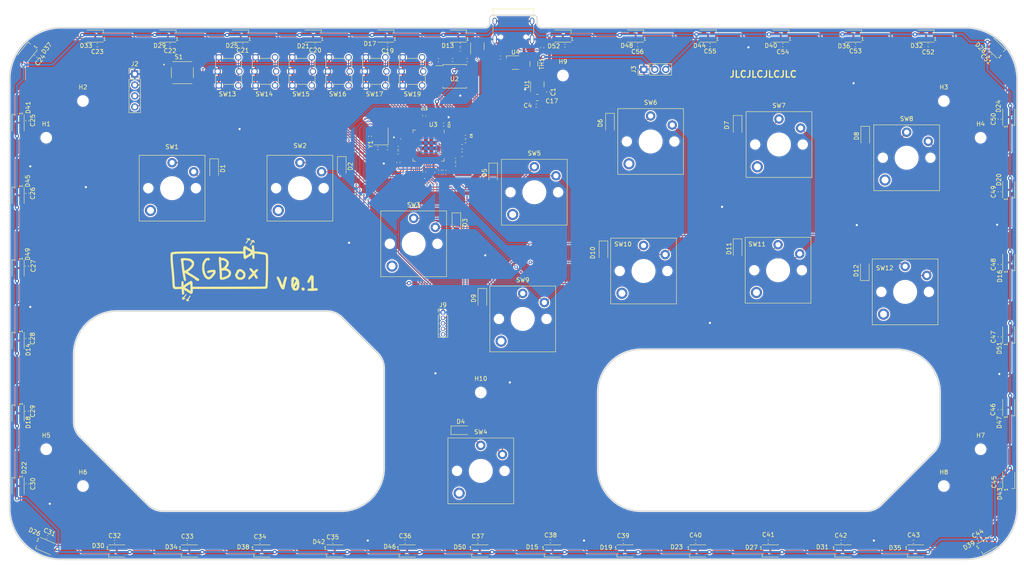
<source format=kicad_pcb>
(kicad_pcb (version 20211014) (generator pcbnew)
  (layers (0 "F.Cu" signal) (31 "B.Cu" signal) (34 "B.Paste" user) (35 "F.Paste" user) (36 "B.SilkS" user "B.Silkscreen") (37 "F.SilkS" user "F.Silkscreen") (38 "B.Mask" user) (39 "F.Mask" user) (44 "Edge.Cuts" user))
  (net 0 "")
  (net 1 "VBUS")
  (net 2 "GND")
  (net 3 "/XIN")
  (net 4 "Net-(C3-Pad1)")
  (net 5 "+3V3")
  (net 6 "+1V1")
  (net 7 "Net-(D1-Pad2)")
  (net 8 "Net-(D2-Pad2)")
  (net 9 "Net-(D3-Pad2)")
  (net 10 "Net-(D4-Pad2)")
  (net 11 "Net-(D5-Pad2)")
  (net 12 "/GPIO29_ADC3")
  (net 13 "/GPIO28_ADC2")
  (net 14 "/GPIO27_ADC1")
  (net 15 "/GPIO26_ADC0")
  (net 16 "/GPIO25")
  (net 17 "/GPIO0")
  (net 18 "/GPIO1")
  (net 19 "/GPIO2")
  (net 20 "/GPIO3")
  (net 21 "/GPIO4")
  (net 22 "/GPIO5")
  (net 23 "/GPIO6")
  (net 24 "D_ARGB_5V")
  (net 25 "+5V")
  (net 26 "/SWD")
  (net 27 "/SWCLK")
  (net 28 "/~{USB_BOOT}")
  (net 29 "/QSPI_SS")
  (net 30 "USB_D+")
  (net 31 "Net-(R3-Pad2)")
  (net 32 "USB_D-")
  (net 33 "Net-(R4-Pad2)")
  (net 34 "/XOUT")
  (net 35 "/QSPI_SD1")
  (net 36 "/QSPI_SD2")
  (net 37 "/QSPI_SD0")
  (net 38 "/QSPI_SCLK")
  (net 39 "/QSPI_SD3")
  (net 42 "ROW0")
  (net 43 "Net-(D6-Pad2)")
  (net 44 "ROW1")
  (net 45 "Net-(D7-Pad2)")
  (net 46 "ROW2")
  (net 47 "Net-(D8-Pad2)")
  (net 48 "Net-(D9-Pad2)")
  (net 49 "Net-(D10-Pad2)")
  (net 50 "Net-(D11-Pad2)")
  (net 51 "Net-(J1-PadB5)")
  (net 52 "Net-(J1-PadA5)")
  (net 53 "JOY1")
  (net 54 "COL0")
  (net 55 "COL1")
  (net 56 "COL2")
  (net 57 "Net-(D12-Pad2)")
  (net 58 "COL3")
  (net 59 "JOY2")
  (net 60 "JOY3")
  (net 61 "JOY4")
  (net 62 "SP1")
  (net 63 "SP2")
  (net 64 "SP3")
  (net 65 "SP4")
  (net 66 "SP5")
  (net 67 "Net-(D14-Pad4)")
  (net 68 "Net-(D14-Pad2)")
  (net 69 "Net-(D15-Pad4)")
  (net 70 "Net-(C58-Pad1)")
  (net 71 "Net-(D16-Pad4)")
  (net 72 "Net-(D16-Pad2)")
  (net 73 "Net-(D15-Pad2)")
  (net 74 "SP6")
  (net 75 "D_ARGB_3V3")
  (net 76 "RESET")
  (net 79 "Net-(D13-Pad4)")
  (net 80 "Net-(D17-Pad4)")
  (net 81 "Net-(D18-Pad4)")
  (net 82 "Net-(D19-Pad4)")
  (net 83 "Net-(D20-Pad4)")
  (net 84 "Net-(D21-Pad4)")
  (net 85 "Net-(D22-Pad4)")
  (net 86 "Net-(D23-Pad4)")
  (net 87 "Net-(D24-Pad4)")
  (net 88 "Net-(D25-Pad4)")
  (net 89 "Net-(D26-Pad4)")
  (net 90 "Net-(D27-Pad4)")
  (net 91 "Net-(D28-Pad4)")
  (net 92 "Net-(D29-Pad4)")
  (net 93 "Net-(D30-Pad4)")
  (net 94 "Net-(D31-Pad4)")
  (net 95 "Net-(D32-Pad4)")
  (net 96 "Net-(D33-Pad4)")
  (net 97 "Net-(D34-Pad4)")
  (net 98 "Net-(D35-Pad4)")
  (net 99 "Net-(D36-Pad4)")
  (net 100 "Net-(D37-Pad4)")
  (net 101 "Net-(D38-Pad4)")
  (net 102 "Net-(D39-Pad4)")
  (net 103 "Net-(D40-Pad4)")
  (net 104 "Net-(D41-Pad4)")
  (net 105 "Net-(D42-Pad4)")
  (net 106 "Net-(D43-Pad4)")
  (net 107 "Net-(D44-Pad4)")
  (net 108 "Net-(D45-Pad4)")
  (net 109 "Net-(D46-Pad4)")
  (net 110 "Net-(D47-Pad4)")
  (net 111 "Net-(D48-Pad4)")
  (footprint "Diode_SMD:D_SOD-123" (layer "F.Cu") (at 123 56 -90)
    (fp_text reference "D2")
    (fp_text value "1N4148")
  )
  (footprint "Connector_PinHeader_2.54mm:PinHeader_1x04_P2.54mm_Vertical" (layer "F.Cu") (at 75.15 34.65)
    (fp_text reference "J2")
    (fp_text value "Conn_01x04")
  )
  (footprint "Capacitor_SMD:C_0402_1005Metric" (layer "F.Cu") (at 52.3 30.6 51)
    (fp_text reference "C24")
    (fp_text value "100nF")
  )
  (footprint "Capacitor_SMD:C_0402_1005Metric" (layer "F.Cu") (at 204.8 142.8 180)
    (fp_text reference "C40")
    (fp_text value "100nF")
  )
  (footprint "MountingHole:MountingHole_2.2mm_M2" (layer "F.Cu") (at 270.678419 121.4)
    (fp_text reference "H7")
    (fp_text value "MountingHole")
  )
  (footprint "LED_SMD:LED_SK6805_PLCC4_2.4x2.7mm_P1.3mm" (layer "F.Cu") (at 116.374429 25.9 180)
    (fp_text reference "D21")
    (fp_text value "SK6812")
  )
  (footprint "Diode_SMD:D_SOD-123" (layer "F.Cu") (at 155.5 86.5 -90)
    (fp_text reference "D9")
    (fp_text value "1N4148")
  )
  (footprint "Capacitor_SMD:C_0402_1005Metric" (layer "F.Cu") (at 145.7 56.9 -90)
    (fp_text reference "C16" hide)
    (fp_text value "100nF")
  )
  (footprint "LED_SMD:LED_SK6805_PLCC4_2.4x2.7mm_P1.3mm" (layer "F.Cu") (at 205.290072 144.9)
    (fp_text reference "D23")
    (fp_text value "SK6812")
  )
  (footprint "LED_SMD:LED_SK6805_PLCC4_2.4x2.7mm_P1.3mm" (layer "F.Cu") (at 48.178419 129.857822 -90)
    (fp_text reference "D22")
    (fp_text value "SK6812")
  )
  (footprint "LED_SMD:LED_SK6805_PLCC4_2.4x2.7mm_P1.3mm" (layer "F.Cu") (at 133.160608 25.9 180)
    (fp_text reference "D17")
    (fp_text value "SK6812")
  )
  (footprint "components:SW_TS-1187A-B-A-B" (layer "F.Cu") (at 86.15 34.35)
    (fp_text reference "S1")
    (fp_text value "TS-1187A-B-A-B")
  )
  (footprint "Capacitor_SMD:C_0402_1005Metric" (layer "F.Cu") (at 83.3 28)
    (fp_text reference "C22")
    (fp_text value "100nF")
  )
  (footprint "Capacitor_SMD:C_0402_1005Metric" (layer "F.Cu") (at 142.062502 44.3 90)
    (fp_text reference "C13")
    (fp_text value "100nF")
  )
  (footprint "Capacitor_SMD:C_0402_1005Metric" (layer "F.Cu") (at 131.312501 51.799999 180)
    (fp_text reference "C3" hide)
    (fp_text value "22pF")
  )
  (footprint "Diode_SMD:D_SOD-123" (layer "F.Cu") (at 243.9 80.15 90)
    (fp_text reference "D12")
    (fp_text value "1N4148")
  )
  (footprint "Capacitor_SMD:C_0402_1005Metric" (layer "F.Cu") (at 188.05 142.8 180)
    (fp_text reference "C39")
    (fp_text value "100nF")
  )
  (footprint "LED_SMD:LED_SK6805_PLCC4_2.4x2.7mm_P1.3mm" (layer "F.Cu") (at 82.80207 25.9 180)
    (fp_text reference "D29")
    (fp_text value "SK6812")
  )
  (footprint "components:SW_BUTT-2-4" (layer "F.Cu") (at 130.825632 34.05173 180)
    (fp_text reference "SW17")
    (fp_text value "SW_Push")
  )
  (footprint "LED_SMD:LED_SK6805_PLCC4_2.4x2.7mm_P1.3mm" (layer "F.Cu") (at 277.178419 44.634515 90)
    (fp_text reference "D24")
    (fp_text value "SK6812")
  )
  (footprint "LED_SMD:LED_SK6805_PLCC4_2.4x2.7mm_P1.3mm" (layer "F.Cu") (at 48.178419 113.071642 -90)
    (fp_text reference "D18")
    (fp_text value "SK6812")
  )
  (footprint "Capacitor_SMD:C_0603_1608Metric" (layer "F.Cu") (at 150.8125 53.200001 180)
    (fp_text reference "R4" hide)
    (fp_text value "27.4")
  )
  (footprint "Capacitor_SMD:C_0402_1005Metric" (layer "F.Cu") (at 275.1 61.9 -90)
    (fp_text reference "C49")
    (fp_text value "100nF")
  )
  (footprint "Capacitor_SMD:C_0402_1005Metric" (layer "F.Cu") (at 129.5625 49.050001 -90)
    (fp_text reference "C2" hide)
    (fp_text value "22pF")
  )
  (footprint "MountingHole:MountingHole_2.2mm_M2" (layer "F.Cu") (at 262.178419 129.9)
    (fp_text reference "H8")
    (fp_text value "MountingHole")
  )
  (footprint "Capacitor_SMD:C_0402_1005Metric" (layer "F.Cu") (at 100.1 28)
    (fp_text reference "C21")
    (fp_text value "100nF")
  )
  (footprint "Connector_PinHeader_2.54mm:PinHeader_1x03_P2.54mm_Vertical" (layer "F.Cu") (at 192.82 33.6 90)
    (fp_text reference "J3")
    (fp_text value "Conn_01x03")
  )
  (footprint "Capacitor_SMD:C_0402_1005Metric" (layer "F.Cu") (at 208.15 28)
    (fp_text reference "C55")
    (fp_text value "100nF")
  )
  (footprint "Capacitor_SMD:C_0402_1005Metric" (layer "F.Cu") (at 104.1 142.8 180)
    (fp_text reference "C34")
    (fp_text value "100nF")
  )
  (footprint "Capacitor_SMD:C_0402_1005Metric" (layer "F.Cu") (at 171.25 142.7 180)
    (fp_text reference "C38")
    (fp_text value "100nF")
  )
  (footprint "MountingHole:MountingHole_2.2mm_M2" (layer "F.Cu") (at 63.178419 40.9)
    (fp_text reference "H2")
    (fp_text value "MountingHole")
  )
  (footprint "Capacitor_SMD:C_0402_1005Metric" (layer "F.Cu") (at 258.55 28)
    (fp_text reference "C52")
    (fp_text value "100nF")
  )
  (footprint "Capacitor_SMD:C_0402_1005Metric" (layer "F.Cu") (at 70.5 142.8 180)
    (fp_text reference "C32")
    (fp_text value "100nF")
  )
  (footprint "MountingHole:MountingHole_2.2mm_M2" (layer "F.Cu") (at 270.678419 49.4)
    (fp_text reference "H4")
    (fp_text value "MountingHole")
  )
  (footprint "Capacitor_SMD:C_0402_1005Metric" (layer "F.Cu") (at 149.3 54.5)
    (fp_text reference "C8" hide)
    (fp_text value "1uF")
  )
  (footprint "LED_SMD:LED_SK6805_PLCC4_2.4x2.7mm_P1.3mm" (layer "F.Cu") (at 48.178419 45.926924 -90)
    (fp_text reference "D41")
    (fp_text value "SK6812")
  )
  (footprint "Capacitor_SMD:C_0402_1005Metric" (layer "F.Cu") (at 50.3 62.25 90)
    (fp_text reference "C26")
    (fp_text value "100nF")
  )
  (footprint "Capacitor_SMD:C_0402_1005Metric" (layer "F.Cu") (at 169.35 28.55 -90)
    (fp_text reference "R6" hide)
    (fp_text value "5.1k")
  )
  (footprint "MountingHole:MountingHole_2.2mm_M2" (layer "F.Cu") (at 174.131862 35.006)
    (fp_text reference "H9")
    (fp_text value "MountingHole")
  )
  (footprint "Package_SO:SOIC-8_5.23x5.23mm_P1.27mm" (layer "F.Cu") (at 149.1 35.2)
    (fp_text reference "U2")
    (fp_text value "W25Q128JVS")
  )
  (footprint "Capacitor_SMD:C_0402_1005Metric" (layer "F.Cu") (at 275.1 45.1 -90)
    (fp_text reference "C50")
    (fp_text value "100nF")
  )
  (footprint "LED_SMD:LED_SK6805_PLCC4_2.4x2.7mm_P1.3mm" (layer "F.Cu") (at 277.178419 94.993054 90)
    (fp_text reference "D51")
    (fp_text value "SK6812")
  )
  (footprint "LED_SMD:LED_SK6805_PLCC4_2.4x2.7mm_P1.3mm" (layer "F.Cu") (at 277.178419 61.420695 90)
    (fp_text reference "D20")
    (fp_text value "SK6812")
  )
  (footprint "Diode_SMD:D_SOD-123" (layer "F.Cu") (at 149.5 69 -90)
    (fp_text reference "D3")
    (fp_text value "1N4148")
  )
  (footprint "MountingHole:MountingHole_2.2mm_M2" (layer "F.Cu") (at 262.178419 40.9)
    (fp_text reference "H3")
    (fp_text value "MountingHole")
  )
  (footprint "components:SW_BUTT-2-4" (layer "F.Cu") (at 105.325632 34.05173 180)
    (fp_text reference "SW14")
    (fp_text value "SW_Push")
  )
  (footprint "Diode_SMD:D_SOD-123" (layer "F.Cu") (at 150.5 117)
    (fp_text reference "D4")
    (fp_text value "1N4148")
  )
  (footprint "Capacitor_SMD:C_0402_1005Metric" (layer "F.Cu") (at 148.6 31.45 180)
    (fp_text reference "R2" hide)
    (fp_text value "DNF")
  )
  (footprint "LED_SMD:LED_SK6805_PLCC4_2.4x2.7mm_P1.3mm" (layer "F.Cu") (at 48.178419 62.713104 -90)
    (fp_text reference "D45")
    (fp_text value "SK6812")
  )
  (footprint "Diode_SMD:D_SOD-123" (layer "F.Cu") (at 93.5 56.5 -90)
    (fp_text reference "D1")
    (fp_text value "1N4148")
  )
  (footprint "Capacitor_SMD:C_0402_1005Metric" (layer "F.Cu") (at 146.75 56.9 -90)
    (fp_text reference "C11" hide)
    (fp_text value "100nF")
  )
  (footprint "Capacitor_SMD:C_0402_1005Metric" (layer "F.Cu") (at 275.1 129.05 -90)
    (fp_text reference "C45")
    (fp_text value "100nF")
  )
  (footprint "LED_SMD:LED_SK6805_PLCC4_2.4x2.7mm_P1.3mm" (layer "F.Cu") (at 48.178419 96.285463 -90)
    (fp_text reference "D14")
    (fp_text value "SK6812")
  )
  (footprint "Capacitor_SMD:C_0402_1005Metric" (layer "F.Cu") (at 150.4 27.9)
    (fp_text reference "C18" hide)
    (fp_text value "100nF")
  )
  (footprint "MountingHole:MountingHole_2.2mm_M2" (layer "F.Cu") (at 155.137512 108.269442)
    (fp_text reference "H10")
    (fp_text value "MountingHole")
  )
  (footprint "Diode_SMD:D_SOD-123" (layer "F.Cu") (at 158 57.5 -90)
    (fp_text reference "D5")
    (fp_text value "1N4148")
  )
  (footprint "LED_SMD:LED_SK6805_PLCC4_2.4x2.7mm_P1.3mm" (layer "F.Cu") (at 207.69 25.9 180)
    (fp_text reference "D44")
    (fp_text value "SK6812")
  )
  (footprint "components:kailh_alternate" (layer "F.Cu") (at 194.394878 50.255526)
    (fp_text reference "SW6")
    (fp_text value "SW_Push")
  )
  (footprint "Capacitor_SMD:C_0402_1005Metric" (layer "F.Cu") (at 50.25 79.05 90)
    (fp_text reference "C27")
    (fp_text value "100nF")
  )
  (footprint "components:kailh_alternate" (layer "F.Cu") (at 253.576264 54.01611)
    (fp_text reference "SW8")
    (fp_text value "SW_Push")
  )
  (footprint "LED_SMD:LED_SK6805_PLCC4_2.4x2.7mm_P1.3mm" (layer "F.Cu") (at 224.476179 25.9 180)
    (fp_text reference "D40")
    (fp_text value "SK6812")
  )
  (footprint "LED_SMD:LED_SK6805_PLCC4_2.4x2.7mm_P1.3mm" (layer "F.Cu") (at 272.195604 143.53 30)
    (fp_text reference "D39")
    (fp_text value "SK6812")
  )
  (footprint "Capacitor_SMD:C_0402_1005Metric" (layer "F.Cu") (at 170.7 38.8 -90)
    (fp_text reference "C1")
    (fp_text value "1uF")
  )
  (footprint "Capacitor_SMD:C_0402_1005Metric" (layer "F.Cu") (at 136.037499 52.800001 180)
    (fp_text reference "C7" hide)
    (fp_text value "100nF")
  )
  (footprint "Capacitor_SMD:C_0402_1005Metric" (layer "F.Cu") (at 133.562502 51.8 180)
    (fp_text reference "R5" hide)
    (fp_text value "1k")
  )
  (footprint "Capacitor_SMD:C_0402_1005Metric" (layer "F.Cu") (at 133.6 28)
    (fp_text reference "C19")
    (fp_text value "100nF")
  )
  (footprint "Capacitor_SMD:C_0402_1005Metric" (layer "F.Cu") (at 159.7 30.85)
    (fp_text reference "R7" hide)
    (fp_text value "5.1k")
  )
  (footprint "Capacitor_SMD:C_0402_1005Metric" (layer "F.Cu") (at 87.3 142.8 180)
    (fp_text reference "C33")
    (fp_text value "100nF")
  )
  (footprint "components:kailh_alternate" (layer "F.Cu") (at 224.065244 50.956652)
    (fp_text reference "SW7")
    (fp_text value "SW_Push")
  )
  (footprint "Capacitor_SMD:C_0402_1005Metric" (layer "F.Cu") (at 238.4 142.8 180)
    (fp_text reference "C42")
    (fp_text value "100nF")
  )
  (footprint "LED_SMD:LED_SK6805_PLCC4_2.4x2.7mm_P1.3mm" (layer "F.Cu") (at 188.503893 144.9)
    (fp_text reference "D19")
    (fp_text value "SK6812")
  )
  (footprint "LED_SMD:LED_SK6805_PLCC4_2.4x2.7mm_P1.3mm" (layer "F.Cu") (at 171.717713 144.9)
    (fp_text reference "D15")
    (fp_text value "SK6812")
  )
  (footprint "Capacitor_SMD:C_0402_1005Metric" (layer "F.Cu") (at 174.6 28.1)
    (fp_text reference "C57" hide)
    (fp_text value "100nF")
  )
  (footprint "RP2040_minimal:RP2040-QFN-56" (layer "F.Cu") (at 143.0625 51.200001 -90)
    (fp_text reference "U3")
    (fp_text value "RP2040")
  )
  (footprint "components:kailh_alternate" (layer "F.Cu") (at 83.780574 61.05173)
    (fp_text reference "SW1")
    (fp_text value "SW_Push")
  )
  (footprint "components:kailh_alternate" (layer "F.Cu") (at 223.858182 80.017936)
    (fp_text reference "SW11")
    (fp_text value "SW_Push")
  )
  (footprint "Capacitor_SMD:C_0402_1005Metric" (layer "F.Cu") (at 150.4 29 180)
    (fp_text reference "C58" hide)
    (fp_text value "100nF")
  )
  (footprint "components:SW_BUTT-2-4" (layer "F.Cu") (at 113.825632 34.05173 180)
    (fp_text reference "SW15")
    (fp_text value "SW_Push")
  )
  (footprint "LED_SMD:LED_SK6805_PLCC4_2.4x2.7mm_P1.3mm" (layer "F.Cu") (at 274.1 28.69 136)
    (fp_text reference "D28")
    (fp_text value "SK6812")
  )
  (footprint "Capacitor_SMD:C_0402_1005Metric" (layer "F.Cu") (at 241.75 28)
    (fp_text reference "C53")
    (fp_text value "100nF")
  )
  (footprint "LED_SMD:LED_SK6805_PLCC4_2.4x2.7mm_P1.3mm" (layer "F.Cu") (at 174.117641 25.9 180)
    (fp_text reference "D52")
    (fp_text value "SK6812")
  )
  (footprint "components:SOT-23-6-routable" (layer "F.Cu") (at 163.17 32.02)
    (fp_text reference "U4")
    (fp_text value "SRV05-4")
  )
  (footprint "components:SW_BUTT-2-4" (layer "F.Cu") (at 122.325632 34.05173 180)
    (fp_text reference "SW16")
    (fp_text value "SW_Push")
  )
  (footprint "LOGO" (layer "F.Cu") (at 99.35 80.55)
    (fp_text reference "G***" hide)
    (fp_text value "LOGO" hide)
  )
  (footprint "LED_SMD:LED_SK6805_PLCC4_2.4x2.7mm_P1.3mm" (layer "F.Cu") (at 138.145354 144.9)
    (fp_text reference "D46")
    (fp_text value "SK6812")
  )
  (footprint "LED_SMD:LED_SK6805_PLCC4_2.4x2.7mm_P1.3mm" (layer "F.Cu") (at 241.262359 25.9 180)
    (fp_text reference "D36")
    (fp_text value "SK6812")
  )
  (footprint "components:SW_BUTT-2-4" (layer "F.Cu") (at 139.325632 34.05173 180)
    (fp_text reference "SW19")
    (fp_text value "SW_Push")
  )
  (footprint "components:kailh_alternate" (layer "F.Cu") (at 113.326119 61.05173)
    (fp_text reference "SW2")
    (fp_text value "SW_Push")
  )
  (footprint "Capacitor_SMD:C_0805_2012Metric" (layer "F.Cu") (at 168.2 40.1 180)
    (fp_text reference "C17")
    (fp_text value "10uF")
  )
  (footprint "Capacitor_SMD:C_0402_1005Metric" (layer "F.Cu") (at 50.3 129.4 90)
    (fp_text reference "C30")
    (fp_text value "100nF")
  )
  (footprint "LED_SMD:LED_SK6805_PLCC4_2.4x2.7mm_P1.3mm" (layer "F.Cu") (at 154.931534 144.9)
    (fp_text reference "D50")
    (fp_text value "SK6812")
  )
  (footprint "Capacitor_SMD:C_0402_1005Metric" (layer "F.Cu") (at 120.9 142.8 180)
    (fp_text reference "C35")
    (fp_text value "100nF")
  )
  (footprint "LED_SMD:LED_SK6805_PLCC4_2.4x2.7mm_P1.3mm" (layer "F.Cu") (at 48.178419 79.499283 -90)
    (fp_text reference "D49")
    (fp_text value "SK6812")
  )
  (footprint "Capacitor_SMD:C_0603_1608Metric" (layer "F.Cu") (at 150.812502 51.48 180)
    (fp_text reference "R3" hide)
    (fp_text value "27.4")
  )
  (footprint "Capacitor_SMD:C_0402_1005Metric" (layer "F.Cu") (at 270.8 141.9 -150)
    (fp_text reference "C44")
    (fp_text value "100nF")
  )
  (footprint "Capacitor_SMD:C_0402_1005Metric" (layer "F.Cu") (at 154.45 142.8 180)
    (fp_text reference "C37")
    (fp_text value "100nF")
  )
  (footprint "Capacitor_SMD:C_0402_1005Metric" (layer "F.Cu") (at 146.55 46.35)
    (fp_text reference "C14")
    (fp_text value "100nF")
  )
  (footprint "Diode_SMD:D_SOD-123" (layer "F.Cu") (at 214.5 46.5 -90)
    (fp_text reference "D7")
    (fp_text value "1N4148")
  )
  (footprint "Package_TO_SOT_SMD:SOT-23" (layer "F.Cu") (at 168.2 37.05 90)
    (fp_text reference "U1")
    (fp_text value "XC6206PxxxMR")
  )
  (footprint "LED_SMD:LED_SK6805_PLCC4_2.4x2.7mm_P1.3mm" (layer "F.Cu") (at 104.572995 144.9)
    (fp_text reference "D38")
    (fp_text value "SK6812")
  )
  (footprint "Capacitor_SMD:C_0402_1005Metric" (layer "F.Cu") (at 151.6 49.15)
    (fp_text reference "C6")
    (fp_text value "100nF")
  )
  (footprint "LED_SMD:LED_SK6805_PLCC4_2.4x2.7mm_P1.3mm" (layer "F.Cu") (at 50.38 29.64 -129)
    (fp_text reference "D37")
    (fp_text value "SK6812")
  )
  (footprint "Capacitor_SMD:C_0402_1005Metric" (layer "F.Cu") (at 255.15 142.8 180)
    (fp_text reference "C43")
    (fp_text value "100nF")
  )
  (footprint "Capacitor_SMD:C_0402_1005Metric" (layer "F.Cu") (at 66.5 28)
    (fp_text reference "C23")
    (fp_text value "100nF")
  )
  (footprint "Capacitor_SMD:C_0402_1005Metric" (layer "F.Cu") (at 145.35 31.45 180)
    (fp_text reference "R1" hide)
    (fp_text value "1k")
  )
  (footprint "LED_SMD:LED_SK6805_PLCC4_2.4x2.7mm_P1.3mm" (layer "F.Cu") (at 66.01589 25.9 180)
    (fp_text reference "D33")
    (fp_text value "SK6812")
  )
  (footprint "Capacitor_SMD:C_0402_1005Metric" (layer "F.Cu") (at 224.95 28)
    (fp_text reference "C54")
    (fp_text value "100nF")
  )
  (footprint "Capacitor_SMD:C_0402_1005Metric" (layer "F.Cu") (at 54.9 141.7 157)
    (fp_text reference "C31")
    (fp_text value "100nF")
  )
  (footprint "LED_SMD:LED_SK6805_PLCC4_2.4x2.7mm_P1.3mm" (layer "F.Cu") (at 277.178419 128.565413 90)
    (fp_text reference "D43")
    (fp_text value "SK6812")
  )
  (footprint "LED_SMD:LED_SK6805_PLCC4_2.4x2.7mm_P1.3mm" (layer "F.Cu") (at 71.000636 144.9)
    (fp_text reference "D30")
    (fp_text value "SK6812")
  )
  (footprint "LED_SMD:LED_SK6805_PLCC4_2.4x2.7mm_P1.3mm" (layer "F.Cu") (at 277.178419 78.206874 90)
    (fp_text reference "D16")
    (fp_text value "SK6812")
  )
  (footprint "Capacitor_SMD:C_0402_1005Metric" (layer "F.Cu") (at 149.3 55.6)
    (fp_text reference "C10" hide)
    (fp_text value "1uF")
  )
  (footprint "components:SW_BUTT-2-4" (layer "F.Cu") (at 96.825632 34.05173 180)
    (fp_text reference "SW13")
    (fp_text value "SW_Push")
  )
  (footprint "Capacitor_SMD:C_0402_1005Metric" (layer "F.Cu") (at 191.4 28)
    (fp_text reference "C56")
    (fp_text value "100nF")
  )
  (footprint "components:kailh_alternate" (layer "F.Cu") (at 164.832634 91.274959)
    (fp_text reference "SW9")
    (fp_text value "SW_Push")
  )
  (footprint "Package_TO_SOT_SMD:SOT-23-5" (layer "F.Cu") (at 154.35 28.25 90)
    (fp_text reference "U5" hide)
    (fp_text value "74AHCT1G125")
  )
  (footprint "LED_SMD:LED_SK6805_PLCC4_2.4x2.7mm_P1.3mm" (layer "F.Cu") (at 54.5 143.78 -23)
    (fp_text reference "D26")
    (fp_text value "SK6812")
  )
  (footprint "Capacitor_SMD:C_0402_1005Metric" (layer "F.Cu") (at 221.6 142.8 180)
    (fp_text reference "C41")
    (fp_text value "100nF")
  )
  (footprint "Capacitor_SMD:C_0402_1005Metric" (layer "F.Cu") (at 275.1 78.7 -90)
    (fp_text reference "C48")
    (fp_text value "100nF")
  )
  (footprint "Capacitor_SMD:C_0402_1005Metric" (layer "F.Cu") (at 137.65 142.8 180)
    (fp_text reference "C36")
    (fp_text value "100nF")
  )
  (footprint "Connector_PinHeader_1.27mm:PinHeader_1x05_P1.27mm_Vertical" (layer "F.Cu") (at 146.4 89.75)
    (fp_text reference "J9")
    (fp_text value "Conn_01x05")
  )
  (footprint "LED_SMD:LED_SK6805_PLCC4_2.4x2.7mm_P1.3mm" (layer "F.Cu") (at 87.786816 144.9)
    (fp_text reference "D34")
    (fp_text value "SK6812")
  )
  (footprint "components:kailh_alternate" (layer "F.Cu") (at 139.617318 73.90989)
    (fp_text reference "SW3")
    (fp_text value "SW_Push")
  )
  (footprint "LED_SMD:LED_SK6805_PLCC4_2.4x2.7mm_P1.3mm" (layer "F.Cu") (at 277.178419 111.779233 90)
    (fp_text reference "D47")
    (fp_text value "SK6812")
  )
  (footprint "LED_SMD:LED_SK6805_PLCC4_2.4x2.7mm_P1.3mm" (layer "F.Cu") (at 149.946788 25.9 180)
    (fp_text reference "D13")
    (fp_text value "SK6812")
  )
  (footprint "Diode_SMD:D_SOD-123" (layer "F.Cu") (at 244 49 -90)
    (fp_text reference "D8")
    (fp_text value "1N4148")
  )
  (footprint "LED_SMD:LED_SK6805_PLCC4_2.4x2.7mm_P1.3mm" (layer "F.Cu") (at 255.648611 144.9)
    (fp_text reference "D35")
    (fp_text value "SK6812")
  )
  (footprint "Fuse:Fuse_1206_3216Metric" (layer "F.Cu") (at 167.4 32.3 -90)
    (fp_text reference "TH1")
    (fp_text value "Thermistor_PTC")
  )
  (footprint "Capacitor_SMD:C_0402_1005Metric" (layer "F.Cu") (at 116.85 28)
    (fp_text reference "C20")
    (fp_text value "100nF")
  )
  (footprint "Capacitor_SMD:C_0402_1005Metric" (layer "F.Cu") (at 275.1 112.25 -90)
    (fp_text reference "C46")
    (fp_text value "100nF")
  )
  (footprint "components:kailh_alternate" (layer "F.Cu") (at 167.510603 61.98743)
    (fp_text reference "SW5")
    (fp_text value "SW_Push")
  )
  (footprint "MountingHole:MountingHole_2.2mm_M2" (layer "F.Cu") (at 63.178419 129.9)
    (fp_text reference "H6")
    (fp_text value "MountingHole")
  )
  (footprint "components:kailh_alternate" (layer "F.Cu") (at 155.137512 126.4)
    (fp_text reference "SW4")
    (fp_text value "SW_Push")
  )
  (footprint "Diode_SMD:D_SOD-123" (layer "F.Cu") (at 183.5 75.5 -90)
    (fp_text reference "D10")
    (fp_text value "1N4148")
  )
  (footprint "Diode_SMD:D_SOD-123" (layer "F.Cu") (at 185 46 -90)
    (fp_text reference "D6")
    (fp_text value "1N4148")
  )
  (footprint "Capacitor_SMD:C_0402_1005Metric" (layer "F.Cu") (at 167.95 41.95 180)
    (fp_text reference "C4")
    (fp_text value "1uF")
  )
  (footprint "LED_SMD:LED_SK6805_PLCC4_2.4x2.7mm_P1.3mm" (layer "F.Cu") (at 121.359175 144.9)
    (fp_text reference "D42")
    (fp_text value "SK6812")
  )
  (footprint "Capacitor_SMD:C_0402_1005Metric" (layer "F.Cu") (at 50.3 45.45 90)
    (fp_text reference "C25")
    (fp_text value "100nF")
  )
  (footprint "Capacitor_SMD:C_0402_1005Metric" (layer "F.Cu") (at 142.062501 57.3 -90)
    (fp_text reference "C12" hide)
    (fp_text value "100nF")
  )
  (footprint "Capacitor_SMD:C_0402_1005Metric" (layer "F.Cu") (at 275.1 95.45 -90)
    (fp_text reference "C47")
    (fp_text value "100nF")
  )
  (footprint "LED_SMD:LED_SK6805_PLCC4_2.4x2.7mm_P1.3mm" (layer "F.Cu") (at 190.90382 25.9 180)
    (fp_text reference "D48")
    (fp_text value "SK6812")
  )
  (footprint "Capacitor_SMD:C_0402_1005Metric" (layer "F.Cu") (at 50.3 95.8 90)
    (fp_text reference "C28")
    (fp_text value "100nF")
  )
  (footprint "Capacitor_SMD:C_0402_1005Metric" (layer "F.Cu") (at 272.9 30.4 -44)
    (fp_text reference "C51")
    (fp_text value "100nF")
  )
  (footprint "Connector_USB:USB_C_Receptacle_HRO_TYPE-C-31-M-12" (layer "F.Cu") (at 162.668419 21.05 180)
    (fp_text reference "J1" hide)
    (fp_text value "USB_C_Receptacle_USB2.0")
  )
  (footprint "LED_SMD:LED_SK6805_PLCC4_2.4x2.7mm_P1.3mm" (layer "F.Cu") (at 238.862431 144.9)
    (fp_text reference "D31")
    (fp_text value "SK6812")
  )
  (footprint "Diode_SMD:D_SOD-123" (layer "F.Cu") (at 214.5 75 -90)
    (fp_text reference "D11")
    (fp_text value "1N4148")
  )
  (footprint "LED_SMD:LED_SK6805_PLCC4_2.4x2.7mm_P1.3mm" (layer "F.Cu") (at 99.588249 25.9 180)
    (fp_text reference "D25")
    (fp_text value "SK6812")
  )
  (footprint "components:kailh_alternate" (layer "F.Cu") (at 192.75973 80.196127)
    (fp_text reference "SW10")
    (fp_text value "SW_Push")
  )
  (footprint "LED_SMD:LED_SK6805_PLCC4_2.4x2.7mm_P1.3mm" (layer "F.Cu") (at 222.076252 144.9)
    (fp_text reference "D27")
    (fp_text value "SK6812")
  )
  (footprint "LED_SMD:LED_SK6805_PLCC4_2.4x2.7mm_P1.3mm" (layer "F.Cu") (at 258.048538 25.9 180)
    (fp_text reference "D32")
    (fp_text value "SK6812")
  )
  (footprint "MountingHole:MountingHole_2.2mm_M2" (layer "F.Cu") (at 54.678419 49.4)
    (fp_text reference "H1")
    (fp_text value "MountingHole")
  )
  (footprint "Capacitor_SMD:C_0402_1005Metric" (layer "F.Cu") (at 152 31.45 180)
    (fp_text reference "C5" hide)
    (fp_text value "100nF")
  )
  (footprint "Capacitor_SMD:C_0402_1005Metric" (layer "F.Cu") (at 50.2 112.6 90)
    (fp_text reference "C29")
    (fp_text value "100nF")
  )
  (footprint "MountingHole:MountingHole_2.2mm_M2" (layer "F.Cu") (at 54.678419 121.4)
    (fp_text reference "H5")
    (fp_text value "MountingHole")
  )
  (footprint "components:kailh_alternate" (layer "F.Cu") (at 253.226703 85.022767)
    (fp_text reference "SW12")
    (fp_text value "SW_Push")
  )
  (footprint "Capacitor_SMD:C_0402_1005Metric" (layer "F.Cu") (at 136.05 51.75 180)
    (fp_text reference "C9" hide)
    (fp_text value "100nF")
  )
  (footprint "Capacitor_SMD:C_0402_1005Metric" (layer "F.Cu") (at 151.6 50.2)
    (fp_text reference "C15" hide)
    (fp_text value "100nF")
  )
  (footprint "Crystal:Crystal_SMD_3225-4Pin_3.2x2.5mm" (layer "F.Cu") (at 132.0625 49.050001 90)
    (fp_text reference "Y1")
    (fp_text value "12MHz")
  )
  (footprint "Capacitor_SMD:C_0402_1005Metric" (layer "F.Cu") (at 136.1 55.1 90)
    (fp_text reference "R8" hide)
    (fp_text value "10k")
  )
  (gr_arc (start 81.750971 135.658003) (mid 79.837554 135.277401) (end 78.215438 134.193537) (layer "Edge.Cuts") (width 0.2))
  (gr_line (start 61.086538 99.5) (end 61.086538 114.99357) (layer "Edge.Cuts") (width 0.2))
  (gr_arc locked (start 46.178419 35.9) (mid 49.693138 27.414719) (end 58.178419 23.9) (layer "Edge.Cuts") (width 0.2))
  (gr_arc (start 192.227762 135.658003) (mid 185.156694 132.729071) (end 182.227762 125.658003) (layer "Edge.Cuts") (width 0.2))
  (gr_arc locked (start 157.203419 22.9) (mid 156.910526 23.607107) (end 156.203419 23.9) (layer "Edge.Cuts") (width 0.2))
  (gr_line (start 247.697559 134.193537) (end 259.785111 122.105986) (layer "Edge.Cuts") (width 0.2))
  (gr_arc (start 247.697559 134.193537) (mid 246.075442 135.277401) (end 244.162025 135.658003) (layer "Edge.Cuts") (width 0.2))
  (gr_line locked (start 168.153419 21.8) (end 168.153419 22.9) (layer "Edge.Cuts") (width 0.2))
  (gr_line locked (start 157.203419 22.9) (end 157.203419 21.8) (layer "Edge.Cuts") (width 0.2))
  (gr_line locked (start 58.178419 146.9) (end 267.178419 146.9) (layer "Edge.Cuts") (width 0.2))
  (gr_line locked (start 279.178419 134.9) (end 279.178419 35.9) (layer "Edge.Cuts") (width 0.2))
  (gr_arc locked (start 279.178419 134.9) (mid 275.6637 143.385281) (end 267.178419 146.9) (layer "Edge.Cuts") (width 0.2))
  (gr_line (start 132.735505 125.658003) (end 132.735505 102.735504) (layer "Edge.Cuts") (width 0.2))
  (gr_line locked (start 267.178419 23.9) (end 169.153419 23.9) (layer "Edge.Cuts") (width 0.2))
  (gr_line (start 62.551004 118.529104) (end 78.215438 134.193537) (layer "Edge.Cuts") (width 0.2))
  (gr_line locked (start 46.178419 35.9) (end 46.178419 134.9) (layer "Edge.Cuts") (width 0.2))
  (gr_arc (start 132.735505 125.658003) (mid 129.806573 132.729071) (end 122.735505 135.658003) (layer "Edge.Cuts") (width 0.2))
  (gr_arc (start 119.5 89.5) (mid 121.413417 89.880602) (end 123.035534 90.964466) (layer "Edge.Cuts") (width 0.2))
  (gr_arc (start 261.249577 118.570452) (mid 260.868975 120.483869) (end 259.785111 122.105986) (layer "Edge.Cuts") (width 0.2))
  (gr_arc (start 182.227762 108.354475) (mid 185.156694 101.283407) (end 192.227762 98.354475) (layer "Edge.Cuts") (width 0.2))
  (gr_line (start 182.227762 108.354475) (end 182.227762 125.658003) (layer "Edge.Cuts") (width 0.2))
  (gr_line (start 119.5 89.5) (end 71.086538 89.5) (layer "Edge.Cuts") (width 0.2))
  (gr_arc (start 62.551004 118.529104) (mid 61.46714 116.906987) (end 61.086538 114.99357) (layer "Edge.Cuts") (width 0.2))
  (gr_arc (start 61.086538 99.5) (mid 64.01547 92.428932) (end 71.086538 89.5) (layer "Edge.Cuts") (width 0.2))
  (gr_arc locked (start 157.203419 21.8) (mid 157.423089 21.26967) (end 157.953419 21.05) (layer "Edge.Cuts") (width 0.2))
  (gr_arc locked (start 58.178419 146.9) (mid 49.693138 143.385281) (end 46.178419 134.9) (layer "Edge.Cuts") (width 0.2))
  (gr_arc locked (start 267.178419 23.9) (mid 275.6637 27.414719) (end 279.178419 35.9) (layer "Edge.Cuts") (width 0.2))
  (gr_line locked (start 156.203419 23.9) (end 58.178419 23.9) (layer "Edge.Cuts") (width 0.2))
  (gr_arc (start 131.271039 99.19997) (mid 132.354902 100.822087) (end 132.735505 102.735504) (layer "Edge.Cuts") (width 0.2))
  (gr_arc (start 251.249577 98.354475) (mid 258.320645 101.283407) (end 261.249577 108.354475) (layer "Edge.Cuts") (width 0.2))
  (gr_line (start 192.227762 135.658003) (end 244.162025 135.658003) (layer "Edge.Cuts") (width 0.2))
  (gr_line locked (start 157.953419 21.05) (end 167.403419 21.05) (layer "Edge.Cuts") (width 0.2))
  (gr_line (start 81.750971 135.658003) (end 122.735505 135.658003) (layer "Edge.Cuts") (width 0.2))
  (gr_arc locked (start 167.403419 21.05) (mid 167.933749 21.26967) (end 168.153419 21.8) (layer "Edge.Cuts") (width 0.2))
  (gr_arc locked (start 169.153419 23.9) (mid 168.446312 23.607107) (end 168.153419 22.9) (layer "Edge.Cuts") (width 0.2))
  (gr_line (start 261.249577 118.570452) (end 261.249577 108.354475) (layer "Edge.Cuts") (width 0.2))
  (gr_line (start 251.249577 98.354475) (end 192.227762 98.354475) (layer "Edge.Cuts") (width 0.2))
  (gr_line (start 131.271039 99.19997) (end 123.035534 90.964466) (layer "Edge.Cuts") (width 0.2))
  (gr_text "JLCJLCJLCJLC" (at 220.4 34.7) (layer "F.SilkS") (effects (font (size 1.5 1.5) (thickness 0.3))))
  (segment (start 166.3 30.9) (end 165.7 31.5) (width 0.5) (layer "F.Cu") (net 1))
  (segment (start 165.18 32.02) (end 165.7 31.5) (width 0.5) (layer "F.Cu") (net 1))
  (segment (start 164.345 32.02) (end 165.18 32.02) (width 0.5) (layer "F.Cu") (net 1))
  (segment (start 169.35 30.9) (end 169.55 30.7) (width 0.5) (layer "F.Cu") (net 1))
  (segment (start 166.6 30.9) (end 167.4 30.9) (width 0.5) (layer "F.Cu") (net 1))
  (segment (start 165.118419 29.418419) (end 165.118419 27.545) (width 0.5) (layer "F.Cu") (net 1))
  (segment (start 163.95 25.6) (end 161.4 25.6) (width 0.5) (layer "F.Cu") (net 1))
  (segment (start 165.118419 26.768419) (end 163.95 25.6) (width 0.4) (layer "F.Cu") (net 1))
  (segment (start 161.4 25.6) (end 160.218419 26.781581) (width 0.4) (layer "F.Cu") (net 1))
  (segment (start 167.4 30.9) (end 169.35 30.9) (width 0.5) (layer "F.Cu") (net 1))
  (segment (start 165.7 31.5) (end 165.7 30) (width 0.5) (layer "F.Cu") (net 1))
  (segment (start 167.4 30.9) (end 166.3 30.9) (width 0.5) (layer "F.Cu") (net 1))
  (segment (start 165.7 30) (end 166.6 30.9) (width 0.5) (layer "F.Cu") (net 1))
  (segment (start 165.118419 27.545) (end 165.118419 26.768419) (width 0.4) (layer "F.Cu") (net 1))
  (segment (start 160.218419 26.781581) (end 160.218419 27.545) (width 0.4) (layer "F.Cu") (net 1))
  (segment (start 165.7 30) (end 165.118419 29.418419) (width 0.5) (layer "F.Cu") (net 1))
  (via (at 169.55 30.7) (size 1) (drill 0.5) (layers "F.Cu" "B.Cu") (net 1))
  (segment (start 169.55 30.7) (end 192.46 30.7) (width 0.5) (layer "B.Cu") (net 1))
  (segment (start 192.46 30.7) (end 195.36 33.6) (width 0.5) (layer "B.Cu") (net 1))
  (segment (start 111.575632 33.80173) (end 111.325632 34.05173) (width 0.4) (layer "F.Cu") (net 2))
  (segment (start 159.418419 27.545) (end 159.418419 30.651581) (width 0.4) (layer "F.Cu") (net 2))
  (segment (start 137.075632 37.30173) (end 137.075632 34.30173) (width 0.4) (layer "F.Cu") (net 2))
  (segment (start 137.075632 30.80173) (end 137.075632 33.80173) (width 0.4) (layer "F.Cu") (net 2))
  (segment (start 128.575632 33.80173) (end 128.325632 34.05173) (width 0.4) (layer "F.Cu") (net 2))
  (segment (start 175.032641 27.802641) (end 175.08 27.85) (width 0.4) (layer "F.Cu") (net 2))
  (segment (start 83.78 27.8) (end 83.78 26.82793) (width 0.4) (layer "F.Cu") (net 2))
  (segment (start 208.605 27.875) (end 208.63 27.9) (width 0.4) (layer "F.Cu") (net 2))
  (segment (start 142.2 58.8) (end 142.2 57.917499) (width 0.4) (layer "F.Cu") (net 2))
  (segment (start 221.12 142.95) (end 221.12 144.308748) (width 0.4) (layer "F.Cu") (net 2))
  (segment (start 150.861788 27.831788) (end 150.88 27.85) (width 0.4) (layer "F.Cu") (net 2))
  (segment (start 100.503249 26.45) (end 100.503249 27.723249) (width 0.4) (layer "F.Cu") (net 2))
  (segment (start 111.575632 37.30173) (end 111.575632 34.30173) (width 0.4) (layer "F.Cu") (net 2))
  (segment (start 128.575632 37.30173) (end 128.575632 34.30173) (width 0.4) (layer "F.Cu") (net 2))
  (segment (start 94.575632 33.80173) (end 94.325632 34.05173) (width 0.4) (layer "F.Cu") (net 2))
  (segment (start 50.15 128.92) (end 48.751241 128.92) (width 0.4) (layer "F.Cu") (net 2))
  (segment (start 275.15 95.93) (end 276.606473 95.93) (width 0.4) (layer "F.Cu") (net 2))
  (segment (start 70.02 143) (end 70.02 144.284364) (width 0.4) (layer "F.Cu") (net 2))
  (segment (start 117.289429 26.45) (end 117.289429 27.809429) (width 0.4) (layer "F.Cu") (net 2))
  (segment (start 270.434308 142.817303) (end 271.128191 143.511186) (width 0.4) (layer "F.Cu") (net 2))
  (segment (start 273.463947 30.633436) (end 274.376134 29.721249) (width 0.4) (layer "F.Cu") (net 2))
  (segment (start 103.075632 37.30173) (end 103.075632 34.30173) (width 0.4) (layer "F.Cu") (net 2))
  (segment (start 103.075632 34.30173) (end 102.825632 34.05173) (width 0.4) (layer "F.Cu") (net 2))
  (segment (start 130.8325 51.800001) (end 130.832502 50.53) (width 0.2) (layer "F.Cu") (net 2))
  (segment (start 111.575632 30.80173) (end 111.575632 33.80173) (width 0.4) (layer "F.Cu") (net 2))
  (segment (start 130.832502 50.53) (end 131.212504 50.15) (width 0.2) (layer "F.Cu") (net 2))
  (segment (start 132.9125 47.950001) (end 133.700001 47.950001) (width 0.4) (layer "F.Cu") (net 2))
  (segment (start 128.575632 30.80173) (end 128.575632 33.80173) (width 0.4) (layer "F.Cu") (net 2))
  (segment (start 135.57 52.7875) (end 135.557499 52.800001) (width 0.4) (layer "F.Cu") (net 2))
  (segment (start 175.032641 26.45) (end 175.032641 27.802641) (width 0.4) (layer "F.Cu") (net 2))
  (segment (start 94.575632 37.30173) (end 94.575632 34.30173) (width 0.4) (layer "F.Cu") (net 2))
  (segment (start 50.163358 112.156642) (end 50.2 112.12) (width 0.4) (layer "F.Cu") (net 2))
  (segment (start 275.15 45.58) (end 276.597934 45.58) (width 0.4) (layer "F.Cu") (net 2))
  (segment (start 204.32 142.95) (end 204.32 144.294928) (width 0.4) (layer "F.Cu") (net 2))
  (segment (start 50.1 78.57) (end 48.742702 78.57) (width 0.4) (layer "F.Cu") (net 2))
  (segment (start 120.075632 30.80173) (end 120.075632 33.80173) (width 0.4) (layer "F.Cu") (net 2))
  (segment (start 50.15 61.77) (end 48.756523 61.77) (width 0.4) (layer "F.Cu") (net 2))
  (segment (start 275.15 129.53) (end 276.578832 129.53) (width 0.4) (layer "F.Cu") (net 2))
  (segment (start 128.575632 34.30173) (end 128.325632 34.05173) (width 0.4) (layer "F.Cu") (net 2))
  (segment (start 86.82 142.95) (end 86.82 144.298184) (width 0.4) (layer "F.Cu") (net 2))
  (segment (start 270.434308 142.39) (end 270.434308 142.817303) (width 0.4) (layer "F.Cu") (net 2))
  (segment (start 66.93089 26.45) (end 66.93089 27.75089) (width 0.4) (layer "F.Cu") (net 2))
  (segment (start 208.605 26.45) (end 208.605 27.875) (width 0.4) (layer "F.Cu") (net 2))
  (segment (start 117.289429 27.809429) (end 117.33 27.85) (width 0.4) (layer "F.Cu") (net 2))
  (segment (start 66.93089 27.75089) (end 66.98 27.8) (width 0.4) (layer "F.Cu") (net 2))
  (segment (start 242.177359 26.45) (end 242.177359 27.847359) (width 0.4) (layer "F.Cu") (net 2))
  (segment (start 187.57 142.95) (end 187.57 144.331107) (width 0.4) (layer "F.Cu") (net 2))
  (segment (start 103.075632 30.80173) (end 103.075632 33.80173) (width 0.4) (layer "F.Cu") (net 2))
  (segment (start 120.075632 33.80173) (end 119.825632 34.05173) (width 0.4) (layer "F.Cu") (net 2))
  (segment (start 94.575632 30.80173) (end 94.575632 33.80173) (width 0.4) (layer "F.Cu") (net 2))
  (segment (start 276.578832 129.53) (end 276.628419 129.480413) (width 0.4) (layer "F.Cu") (net 2))
  (segment (start 120.075632 34.30173) (end 119.825632 34.05173) (width 0.4) (layer "F.Cu") (net 2))
  (segment (start 48.728419 95.370463) (end 50.099537 95.370463) (width 0.4) (layer "F.Cu") (net 2))
  (segment (start 134.075608 27.795608) (end 134.08 27.8) (width 0.4) (layer "F.Cu") (net 2))
  (segment (start 50.1 44.97) (end 48.770343 44.97) (width 0.4) (layer "F.Cu") (net 2))
  (segment (start 259.03 27.9) (end 259.03 26.516462) (width 0.4) (layer "F.Cu") (net 2))
  (segment (start 94.575632 34.30173) (end 94.325632 34.05173) (width 0.4) (layer "F.Cu") (net 2))
  (segment (start 135.57 51.75) (end 135.57 52.7875) (width 0.4) (layer "F.Cu") (net 2))
  (segment (start 120.075632 37.30173) (end 120.075632 34.30173) (width 0.4) (layer "F.Cu") (net 2))
  (segment (start 137.17 142.95) (end 137.17 144.289646) (width 0.4) (layer "F.Cu") (net 2))
  (segment (start 225.391179 27.861179) (end 225.43 27.9) (width 0.4) (layer "F.Cu") (net 2))
  (segment (start 153.97 142.95) (end 153.97 144.303466) (width 0.4) (layer "F.Cu") (net 2))
  (segment (start 111.575632 34.30173) (end 111.325632 34.05173) (width 0.4) (layer "F.Cu") (net 2))
  (segment (start 120.42 142.95) (end 120.42 144.325825) (width 0.4) (layer "F.Cu") (net 2))
  (segment (start 103.075632 33.80173) (end 102.825632 34.05173) (width 0.4) (layer "F.Cu") (net 2))
  (segment (start 170.77 142.9) (end 170.77 144.317287) (width 0.4) (layer "F.Cu") (net 2))
  (segment (start 142.2 57.917499) (end 142.062501 57.78) (width 0.4) (layer "F.Cu") (net 2))
  (segment (start 259.03 26.516462) (end 258.963538 26.45) (width 0.4) (layer "F.Cu") (net 2))
  (segment (start 137.075632 34.30173) (end 136.825632 34.05173) (width 0.4) (layer "F.Cu") (net 2))
  (segment (start 254.67 142.95) (end 254.67 144.286389) (width 0.4) (layer "F.Cu") (net 2))
  (segment (start 275.15 112.73) (end 276.592652 112.73) (width 0.4) (layer "F.Cu") (net 2))
  (segment (start 129.5625 49.530001) (end 130.5925 49.530001) (width 0.2) (layer "F.Cu") (net 2))
  (segment (start 100.503249 27.723249) (end 100.58 27.8) (width 0.4) (layer "F.Cu") (net 2))
  (segment (start 275.15 62.38) (end 276.584114 62.38) (width 0.4) (layer "F.Cu") (net 2))
  (segment (start 51.600142 29.275038) (end 52.402074 30.07697) (width 0.4) (layer "F.Cu") (net 2))
  (segment (start 54.358158 142.430685) (end 53.87264 142.916203) (width 0.4) (layer "F.Cu") (net 2))
  (segment (start 54.358158 141.662449) (end 54.358158 142.430685) (width 0.4) (layer "F.Cu") (net 2))
  (segment (start 273.395283 30.633436) (end 273.463947 30.633436) (width 0.4) (layer "F.Cu") (net 2))
  (segment (start 237.92 142.95) (end 237.92 144.322569) (width 0.4) (layer "F.Cu") (net 2))
  (segment (start 275.15 79.18) (end 276.570293 79.18) (width 0.4) (layer "F.Cu") (net 2))
  (segment (start 191.81882 26.45) (end 191.81882 27.78882) (width 0.4) (layer "F.Cu") (net 2))
  (segment (start 103.62 142.95) (end 103.62 144.312005) (width 0.4) (layer "F.Cu") (net 2))
  (segment (start 137.075632 33.80173) (end 136.825632 34.05173) (width 0.4) (layer "F.Cu") (net 2))
  (segment (start 139.625 50.200001) (end 137.150001 50.200001) (width 0.2) (layer "F.Cu") (net 2))
  (segment (start 159.418419 30.651581) (end 159.22 30.85) (width 0.4) (layer "F.Cu") (net 2))
  (segment (start 133.700001 47.950001) (end 135.05 49.3) (width 0.4) (layer "F.Cu") (net 2))
  (segment (start 242.177359 27.847359) (end 242.23 27.9) (width 0.4) (layer "F.Cu") (net 2))
  (segment (start 130.5925 49.530001) (end 131.212504 50.15) (width 0.2) (layer "F.Cu") (net 2))
  (segment (start 134.075608 26.45) (end 134.075608 27.795608) (width 0.4) (layer "F.Cu") (net 2))
  (segment (start 150.861788 26.45) (end 150.861788 27.831788) (width 0.4) (layer "F.Cu") (net 2))
  (segment (start 191.81882 27.78882) (end 191.88 27.85) (width 0.4) (layer "F.Cu") (net 2))
  (segment (start 48.728419 112.156642) (end 50.013358 112.156642) (width 0.4) (layer "F.Cu") (net 2))
  (segment (start 225.391179 26.45) (end 225.391179 27.861179) (width 0.4) (layer "F.Cu") (net 2))
  (segment (start 137.150001 50.200001) (end 136.6 49.65) (width 0.2) (layer "F.Cu") (net 2))
  (segment (start 50.249537 95.370463) (end 50.3 95.32) (width 0.4) (layer "F.Cu") (net 2))
  (via (at 51 88.5) (size 1) (drill 0.5) (layers "F.Cu" "B.Cu") (net 2))
  (via (at 246 142.5) (size 1) (drill 0.5) (layers "F.Cu" "B.Cu") (net 2))
  (via (at 63.85 60.8) (size 1) (drill 0.5) (layers "F.Cu" "B.Cu") (net 2))
  (via (at 124.69 73.67) (size 1) (drill 0.5) (layers "F.Cu" "B.Cu") (net 2))
  (via (at 156.17 76.57) (size 1) (drill 0.5) (layers "F.Cu" "B.Cu") (net 2))
  (via (at 135.05 49.3) (size 0.8) (drill 0.4) (layers "F.Cu" "B.Cu") (net 2))
  (via (at 144.65 103.85) (size 1) (drill 0.5) (layers "F.Cu" "B.Cu") (net 2))
  (via (at 179 142.5) (size 1) (drill 0.5) (layers "F.Cu" "B.Cu") (net 2))
  (via (at 129 142.5) (size 1) (drill 0.5) (layers "F.Cu" "B.Cu") (net 2))
  (via (at 150.4 39.65) (size 1) (drill 0.5) (layers "F.Cu" "B.Cu") (net 2))
  (via (at 147.7 44.65) (size 1) (drill 0.5) (layers "F.Cu" "B.Cu") (net 2))
  (via (at 161.85 105.95) (size 1) (drill 0.5) (layers "F.Cu" "B.Cu") (net 2))
  (via (at 136.6 49.65) (size 0.5) (drill 0.2) (layers "F.Cu" "B.Cu") (net 2))
  (via (at 152 26.8) (size 0.5) (drill 0.2) (layers "F.Cu" "B.Cu") (net 2))
  (via (at 99.38 47.37) (size 1) (drill 0.5) (layers "F.Cu" "B.Cu") (net 2))
  (via (at 210.91 65.36) (size 1) (drill 0.5) (layers "F.Cu" "B.Cu") (net 2))
  (via (at 132.7 55.35) (size 1) (drill 0.5) (layers "F.Cu" "B.Cu") (net 2))
  (via (at 51 56) (size 1) (drill 0.5) (layers "F.Cu" "B.Cu") (net 2))
  (via (at 55.5 134) (size 1) (drill 0.5) (layers "F.Cu" "B.Cu") (net 2))
  (via (at 142.2 58.8) (size 0.5) (drill 0.2) (layers "F.Cu" "B.Cu") (net 2))
  (via (at 208.1 92.2) (size 1) (drill 0.5) (layers "F.Cu" "B.Cu") (net 2))
  (via (at 241.3 36.79) (size 1) (drill 0.5) (layers "F.Cu" "B.Cu") (net 2))
  (via (at 165.4 38.2) (size 1) (drill 0.5) (layers "F.Cu" "B.Cu") (net 2))
  (via (at 144.5 57.4) (size 0.5) (drill 0.2) (layers "F.Cu" "B.Cu") (net 2))
  (via (at 242.05 69.58) (size 1) (drill 0.5) (layers "F.Cu" "B.Cu") (net 2))
  (via (at 217 28.5) (size 1) (drill 0.5) (layers "F.Cu" "B.Cu") (net 2))
  (via (at 275 104) (size 1) (drill 0.5) (layers "F.Cu" "B.Cu") (net 2))
  (via (at 274.5 69.5) (size 1) (drill 0.5) (layers "F.Cu" "B.Cu") (net 2))
  (segment (start 135.85 49.11005) (end 135.85 49.8) (width 0.2) (layer "F.Cu") (net 3))
  (segment (start 135.85 49.8) (end 136.649999 50.599999) (width 0.2) (layer "F.Cu") (net 3))
  (segment (start 136.649999 50.599999) (end 139.625 50.599999) (width 0.2) (layer "F.Cu") (net 3))
  (segment (start 132.112499 46.950001) (end 133.689951 46.950001) (width 0.2) (layer "F.Cu") (net 3))
  (segment (start 131.212502 47.95) (end 131.2125 47.85) (width 0.2) (layer "F.Cu") (net 3))
  (segment (start 133.689951 46.950001) (end 135.85 49.11005) (width 0.2) (layer "F.Cu") (net 3))
  (segment (start 130.592501 48.570001) (end 131.212502 47.95) (width 0.2) (layer "F.Cu") (net 3))
  (segment (start 131.2125 47.85) (end 132.112499 46.950001) (width 0.2) (layer "F.Cu") (net 3))
  (segment (start 129.562501 48.570001) (end 130.592501 48.570001) (width 0.2) (layer "F.Cu") (net 3))
  (segment (start 133.082501 51.799999) (end 133.082501 50.319999) (width 0.2) (layer "F.Cu") (net 4))
  (segment (start 131.792502 51.8) (end 133.082501 51.799999) (width 0.2) (layer "F.Cu") (net 4))
  (segment (start 133.082501 50.319999) (end 132.9125 50.15) (width 0.2) (layer "F.Cu") (net 4))
  (segment (start 146.5 51.400001) (end 145.55 51.4) (width 0.2) (layer "F.Cu") (net 5))
  (segment (start 136.879999 51.400001) (end 136.53 51.75) (width 0.2) (layer "F.Cu") (net 5))
  (segment (start 145.6625 54.2875) (end 145.6625 54.637501) (width 0.2) (layer "F.Cu") (net 5))
  (segment (start 148.15 54.4) (end 148.15 54.93) (width 0.2) (layer "F.Cu") (net 5))
  (segment (start 142.0625 54.637501) (end 142.0625 55.928876) (width 0.2) (layer "F.Cu") (net 5))
  (segment (start 146.5 53.800001) (end 146.15 53.8) (width 0.2) (layer "F.Cu") (net 5))
  (segment (start 149 34) (end 149.705 33.295) (width 0.4) (layer "F.Cu") (net 5))
  (segment (start 142.062501 56.82) (end 142.062501 55.961393) (width 0.4) (layer "F.Cu") (net 5))
  (segment (start 142.0625 48.7625) (end 142.1 48.8) (width 0.2) (layer "F.Cu") (net 5))
  (segment (start 146.5 51.800001) (end 145.5 51.8) (width 0.2) (layer "F.Cu") (net 5))
  (segment (start 150.925 33.295) (end 149.08 31.45) (width 0.4) (layer "F.Cu") (net 5))
  (segment (start 145.6625 54.105026) (end 145.407474 53.85) (width 0.2) (layer "F.Cu") (net 5))
  (segment (start 139.625 51.400001) (end 140.65 51.4) (width 0.2) (layer "F.Cu") (net 5))
  (segment (start 152.7 33.295) (end 150.925 33.295) (width 0.4) (layer "F.Cu") (net 5))
  (segment (start 145.6625 46.7575) (end 146.07 46.35) (width 0.2) (layer "F.Cu") (net 5))
  (segment (start 142.0625 54.637501) (end 142.0625 53.8) (width 0.2) (layer "F.Cu") (net 5))
  (segment (start 145.7 56.42) (end 145.37 56.42) (width 0.2) (layer "F.Cu") (net 5))
  (segment (start 145.6625 54.637501) (end 145.6625 56.3825) (width 0.2) (layer "F.Cu") (net 5))
  (segment (start 142.062502 44.78) (end 142.062502 47.762499) (width 0.2) (layer "F.Cu") (net 5))
  (segment (start 146.07 43.07) (end 146.07 46.35) (width 0.5) (layer "F.Cu") (net 5))
  (segment (start 146.5 51.400001) (end 148.308726 51.400001) (width 0.2) (layer "F.Cu") (net 5))
  (segment (start 152.48 33.075) (end 152.7 33.295) (width 0.4) (layer "F.Cu") (net 5))
  (segment (start 147.550001 53.800001) (end 147.575 53.825) (width 0.2) (layer "F.Cu") (net 5))
  (segment (start 145.6625 54.637501) (end 145.6625 54.105026) (width 0.2) (layer "F.Cu") (net 5))
  (segment (start 136.1 55.58) (end 136.1 56.65) (width 0.2) (layer "F.Cu") (net 5))
  (segment (start 169.15 40.1) (end 169.15 37.9875) (width 0.4) (layer "F.Cu") (net 5))
  (segment (start 149.63 58.05) (end 148 56.42) (width 0.5) (layer "F.Cu") (net 5))
  (segment (start 152.55 58.05) (end 149.63 58.05) (width 0.5) (layer "F.Cu") (net 5))
  (segment (start 145.6625 48.6375) (end 145.55 48.75) (width 0.2) (layer "F.Cu") (net 5))
  (segment (start 142.062501 55.961393) (end 142.046242 55.945134) (width 0.4) (layer "F.Cu") (net 5))
  (segment (start 139.625 51.400001) (end 136.879999 51.400001) (width 0.2) (layer "F.Cu") (net 5))
  (segment (start 145 41) (end 145 42) (width 0.5) (layer "F.Cu") (net 5))
  (segment (start 145.6625 47.762501) (end 145.6625 46.7575) (width 0.2) (layer "F.Cu") (net 5))
  (segment (start 147.908726 51.800001) (end 148.308726 51.400001) (width 0.2) (layer "F.Cu") (net 5))
  (segment (start 146.5 53.800001) (end 147.550001 53.800001) (width 0.2) (layer "F.Cu") (net 5))
  (segment (start 152.48 31.45) (end 152.48 33.075) (width 0.4) (layer "F.Cu") (net 5))
  (segment (start 146.75 56.42) (end 148 56.42) (width 0.5) (layer "F.Cu") (net 5))
  (segment (start 146.5 53.400001) (end 147.150001 53.400001) (width 0.2) (layer "F.Cu") (net 5))
  (segment (start 148.15 54.93) (end 148.82 55.6) (width 0.2) (layer "F.Cu") (net 5))
  (segment (start 142.062502 47.762499) (end 142.0625 47.762501) (width 0.2) (layer "F.Cu") (net 5))
  (segment (start 168.65 41.95) (end 152.55 58.05) (width 0.5) (layer "F.Cu") (net 5))
  (segment (start 146.75 56.42) (end 145.7 56.42) (width 0.4) (layer "F.Cu") (net 5))
  (segment (start 169.15 41.45) (end 169.15 40.1) (width 0.4) (layer "F.Cu") (net 5))
  (segment (start 149.705 33.295) (end 150.925 33.295) (width 0.4) (layer "F.Cu") (net 5))
  (segment (start 142.0625 47.762501) (end 142.0625 48.7625) (width 0.2) (layer "F.Cu") (net 5))
  (segment (start 147.150001 53.400001) (end 147.575 53.825) (width 0.2) (layer "F.Cu") (net 5))
  (segment (start 145.37 56.42) (end 144.9 55.95) (width 0.3) (layer "F.Cu") (net 5))
  (segment (start 146.15 53.8) (end 145.6625 54.2875) (width 0.2) (layer "F.Cu") (net 5))
  (segment (start 146.5 51.800001) (end 147.908726 51.800001) (width 0.2) (layer "F.Cu") (net 5))
  (segment (start 149.508727 50.2) (end 148.308726 51.400001) (width 0.2) (layer "F.Cu") (net 5))
  (segment (start 151.12 50.2) (end 149.508727 50.2) (width 0.2) (layer "F.Cu") (net 5))
  (segment (start 148 56.42) (end 148.82 55.6) (width 0.5) (layer "F.Cu") (net 5))
  (segment (start 142.0625 55.928876) (end 142.046242 55.945134) (width 0.2) (layer "F.Cu") (net 5))
  (segment (start 145.6625 47.762501) (end 145.6625 48.6375) (width 0.2) (layer "F.Cu") (net 5))
  (segment (start 145.6625 56.3825) (end 145.7 56.42) (width 0.2) (layer "F.Cu") (net 5))
  (segment (start 145 42) (end 146.07 43.07) (width 0.5) (layer "F.Cu") (net 5))
  (segment (start 168.65 41.95) (end 169.15 41.45) (width 0.4) (layer "F.Cu") (net 5))
  (segment (start 147.575 53.825) (end 148.15 54.4) (width 0.2) (layer "F.Cu") (net 5))
  (via (at 145 41) (size 1) (drill 0.5) (layers "F.Cu" "B.Cu") (net 5))
  (via (at 144.9 55.95) (size 0.5) (drill 0.2) (layers "F.Cu" "B.Cu") (net 5))
  (via (at 136.1 56.65) (size 0.5) (drill 0.2) (layers "F.Cu" "B.Cu") (net 5))
  (via (at 149 34) (size 1) (drill 0.5) (layers "F.Cu" "B.Cu") (net 5))
  (via (at 142.046242 55.945134) (size 0.5) (drill 0.2) (layers "F.Cu" "B.Cu") (net 5))
  (segment (start 136.1 56.65) (end 141.4 56.65) (width 0.3) (layer "B.Cu") (net 5))
  (segment (start 145 41) (end 149 37) (width 0.4) (layer "B.Cu") (net 5))
  (segment (start 142.051108 55.95) (end 142.046242 55.945134) (width 0.2) (layer "B.Cu") (net 5))
  (segment (start 149 37) (end 149 34) (width 0.4) (layer "B.Cu") (net 5))
  (segment (start 142.1 55.95) (end 142.051108 55.95) (width 0.2) (layer "B.Cu") (net 5))
  (segment (start 144.9 55.95) (end 142.1 55.95) (width 0.3) (layer "B.Cu") (net 5))
  (segment (start 141.4 56.65) (end 142.1 55.95) (width 0.3) (layer "B.Cu") (net 5))
  (segment (start 149.993041 49.15) (end 150.52 49.15) (width 0.2) (layer "F.Cu") (net 6))
  (segment (start 148.14304 51.000001) (end 149.993041 49.15) (width 0.2) (layer "F.Cu") (net 6))
  (segment (start 146.5 53.000001) (end 145.691787 53.000001) (width 0.2) (layer "F.Cu") (net 6))
  (segment (start 146.5 51.000001) (end 148.14304 51.000001) (width 0.2) (layer "F.Cu") (net 6))
  (segment (start 145.45 50.75) (end 145.700001 51.000001) (width 0.2) (layer "F.Cu") (net 6))
  (segment (start 146.5 53.000001) (end 147.320001 53.000001) (width 0.2) (layer "F.Cu") (net 6))
  (segment (start 140.65 52.15) (end 140.300001 51.800001) (width 0.2) (layer "F.Cu") (net 6))
  (segment (start 145.700001 51.000001) (end 146.5 51.000001) (width 0.2) (layer "F.Cu") (net 6))
  (segment (start 137.517499 51.800001) (end 139.625 51.800001) (width 0.2) (layer "F.Cu") (net 6))
  (segment (start 148.06 53.74) (end 148.82 54.5) (width 0.2) (layer "F.Cu") (net 6))
  (segment (start 147.320001 53.000001) (end 148.06 53.74) (width 0.2) (layer "F.Cu") (net 6))
  (segment (start 136.517499 52.800001) (end 137.517499 51.800001) (width 0.2) (layer "F.Cu") (net 6))
  (segment (start 151 49.15) (end 150.275177 49.15) (width 0.2) (layer "F.Cu") (net 6))
  (segment (start 140.300001 51.800001) (end 139.625 51.800001) (width 0.2) (layer "F.Cu") (net 6))
  (via (at 145.55 53) (size 0.5) (drill 0.2) (layers "F.Cu" "B.Cu") (net 6))
  (via (at 145.45 50.75) (size 0.5) (drill 0.2) (layers "F.Cu" "B.Cu") (net 6))
  (via (at 140.65 52.15) (size 0.5) (drill 0.2) (layers "F.Cu" "B.Cu") (net 6))
  (segment (start 140.65 52.15) (end 140.65 53.2) (width 0.2) (layer "B.Cu") (net 6))
  (segment (start 145.55 50.85) (end 145.45 50.75) (width 0.2) (layer "B.Cu") (net 6))
  (segment (start 140.65 53.2) (end 140.85 53.4) (width 0.2) (layer "B.Cu") (net 6))
  (segment (start 145.15 53.4) (end 145.55 53) (width 0.2) (layer "B.Cu") (net 6))
  (segment (start 145.55 53) (end 145.55 50.85) (width 0.2) (layer "B.Cu") (net 6))
  (segment (start 140.85 53.4) (end 145.15 53.4) (width 0.2) (layer "B.Cu") (net 6))
  (segment (start 93.5 58.15) (end 90.50173 55.15173) (width 0.2) (layer "F.Cu") (net 7))
  (segment (start 90.50173 55.15173) (end 83.780574 55.15173) (width 0.2) (layer "F.Cu") (net 7))
  (segment (start 123 57.65) (end 120.50173 55.15173) (width 0.2) (layer "F.Cu") (net 8))
  (segment (start 120.50173 55.15173) (end 113.326119 55.15173) (width 0.2) (layer "F.Cu") (net 8))
  (segment (start 149.5 70.65) (end 146.85989 68.00989) (width 0.2) (layer "F.Cu") (net 9))
  (segment (start 146.85989 68.00989) (end 139.617318 68.00989) (width 0.2) (layer "F.Cu") (net 9))
  (segment (start 155.137512 120.5) (end 152.15 117.512488) (width 0.2) (layer "F.Cu") (net 10))
  (segment (start 152.15 117.512488) (end 152.15 117) (width 0.2) (layer "F.Cu") (net 10))
  (segment (start 158 59.15) (end 164.448033 59.15) (width 0.2) (layer "F.Cu") (net 11))
  (segment (start 164.448033 59.15) (end 167.510603 56.08743) (width 0.2) (layer "F.Cu") (net 11))
  (segment (start 153.5375 25.35) (end 150.861788 25.35) (width 0.2) (layer "F.Cu") (net 24))
  (segment (start 155.3 27.1125) (end 153.5375 25.35) (width 0.2) (layer "F.Cu") (net 24))
  (segment (start 47.628419 130.372822) (end 47.628419 130.772822) (width 0.4) (layer "F.Cu") (net 25))
  (segment (start 277.728419 111.264233) (end 277.728419 110.864233) (width 0.4) (layer "F.Cu") (net 25))
  (segment (start 188.53 142.95) (end 188.53 144.961107) (width 0.4) (layer "F.Cu") (net 25))
  (segment (start 47.628419 113.586642) (end 47.628419 113.986642) (width 0.4) (layer "F.Cu") (net 25))
  (segment (start 171.882713 145.45) (end 172.632713 145.45) (width 0.4) (layer "F.Cu") (net 25))
  (segment (start 98.673249 25.35) (end 96.8005 25.35) (width 0.4) (layer "F.Cu") (net 25))
  (segment (start 115.859429 25.35) (end 115.459429 25.35) (width 0.4) (layer "F.Cu") (net 25))
  (segment (start 81.88707 25.35) (end 80.0505 25.35) (width 0.4) (layer "F.Cu") (net 25))
  (segment (start 47.628419 63.628104) (end 47.628419 65.1995) (width 0.4) (layer "F.Cu") (net 25))
  (segment (start 258.1995 145.45) (end 258.5 145.1495) (width 0.4) (layer "F.Cu") (net 25))
  (segment (start 171 25.8) (end 171.45 25.35) (width 0.4) (layer "F.Cu") (net 25))
  (segment (start 65.85089 25.35) (end 65.10089 25.35) (width 0.4) (layer "F.Cu") (net 25))
  (segment (start 277.728419 110.864233) (end 277.728419 109.228419) (width 0.4) (layer "F.Cu") (net 25))
  (segment (start 205.455072 145.45) (end 206.205072 145.45) (width 0.4) (layer "F.Cu") (net 25))
  (segment (start 146.8005 25.35) (end 146.5 25.6505) (width 0.4) (layer "F.Cu") (net 25))
  (segment (start 47.628419 96.450463) (end 47.628419 97.200463) (width 0.4) (layer "F.Cu") (net 25))
  (segment (start 207.6995 145.45) (end 208 145.1495) (width 0.4) (layer "F.Cu") (net 25))
  (segment (start 50.1 79.53) (end 47.762702 79.53) (width 0.4) (layer "F.Cu") (net 25))
  (segment (start 139.060354 145.45) (end 140.6995 145.45) (width 0.4) (layer "F.Cu") (net 25))
  (segment (start 273.415115 27.25) (end 272.25 27.25) (width 0.4) (layer "F.Cu") (net 25))
  (segment (start 272.704717 29.966564) (end 272.833436 29.966564) (width 0.4) (layer "F.Cu") (net 25))
  (segment (start 167.4 35.3125) (end 168.2 36.1125) (width 0.5) (layer "F.Cu") (net 25))
  (segment (start 155.446534 145.45) (end 155.846534 145.45) (width 0.4) (layer "F.Cu") (net 25))
  (segment (start 116.37 25.860571) (end 115.859429 25.35) (width 0.4) (layer "F.Cu") (net 25))
  (segment (start 222.08 142.95) (end 222.08 145.288748) (width 0.4) (layer "F.Cu") (net 25))
  (segment (start 277.558832 128.57) (end 277.728419 128.400413) (width 0.4) (layer "F.Cu") (net 25))
  (segment (start 224.311179 25.35) (end 223.561179 25.35) (width 0.4) (layer "F.Cu") (net 25))
  (segment (start 47.628419 79.664283) (end 47.628419 80.414283) (width 0.4) (layer "F.Cu") (net 25))
  (segment (start 277.728419 77.291874) (end 277.728419 75.978419) (width 0.4) (layer "F.Cu") (net 25))
  (segment (start 47.762702 79.53) (end 47.628419 79.664283) (width 0.4) (layer "F.Cu") (net 25))
  (segment (start 138.13 142.95) (end 138.13 144.919646) (width 0.4) (layer "F.Cu") (net 25))
  (segment (start 174.1995 145.45) (end 174.5 145.1495) (width 0.4) (layer "F.Cu") (net 25))
  (segment (start 273.263017 143.548814) (end 274 142.811831) (width 0.4) (layer "F.Cu") (net 25))
  (segment (start 73.6995 145.45) (end 74 145.1495) (width 0.4) (layer "F.Cu") (net 25))
  (segment (start 87.78 145.278184) (end 87.951816 145.45) (width 0.4) (layer "F.Cu") (net 25))
  (segment (start 63.3005 25.35) (end 63 25.6505) (width 0.4) (layer "F.Cu") (net 25))
  (segment (start 277.728419 128.400413) (end 277.728419 127.650413) (width 0.4) (layer "F.Cu") (net 25))
  (segment (start 271.753616 142.953616) (end 271.753616 142.197924) (width 0.4) (layer "F.Cu") (net 25))
  (segment (start 257.883538 25.35) (end 257.133538 25.35) (width 0.4) (layer "F.Cu") (net 25))
  (segment (start 54.697008 143.102992) (end 55.341842 142.458158) (width 0.4) (layer "F.Cu") (net 25))
  (segment (start 80.0505 25.35) (end 79.75 25.6505) (width 0.4) (layer "F.Cu") (net 25))
  (segment (start 277.222652 111.77) (end 277.728419 111.264233) (width 0.4) (layer "F.Cu") (net 25))
  (segment (start 222.08 145.288748) (end 222.241252 145.45) (width 0.4) (layer "F.Cu") (net 25))
  (segment (start 224.4495 145.45) (end 224.75 145.1495) (width 0.4) (layer "F.Cu") (net 25))
  (segment (start 238.88 142.95) (end 238.88 144.952569) (width 0.4) (layer "F.Cu") (net 25))
  (segment (start 205.28 145.274928) (end 205.455072 145.45) (width 0.4) (layer "F.Cu") (net 25))
  (segment (start 169.4 36.1) (end 168.2125 36.1) (width 0.5) (layer "F.Cu") (net 25))
  (segment (start 71.915636 145.45) (end 73.6995 145.45) (width 0.4) (layer "F.Cu") (net 25))
  (segment (start 47.776523 62.73) (end 47.628419 62.878104) (width 0.4) (layer "F.Cu") (net 25))
  (segment (start 122.274175 145.45) (end 123.9495 145.45) (width 0.4) (layer "F.Cu") (net 25))
  (segment (start 47.628419 98.9495) (end 47.928919 99.25) (width 0.4) (layer "F.Cu") (net 25))
  (segment (start 121.524175 145.45) (end 122.274175 145.45) (width 0.4) (layer "F.Cu") (net 25))
  (segment (start 172.632713 145.45) (end 174.1995 145.45) (width 0.4) (layer "F.Cu") (net 25))
  (segment (start 277.728419 44.119515) (end 277.728419 43.719515) (width 0.4) (layer "F.Cu") (net 25))
  (segment (start 54.697008 143.302992) (end 54.697008 143.102992) (width 0.4) (layer "F.Cu") (net 25))
  (segment (start 149.781788 25.35) (end 149.031788 25.35) (width 0.4) (layer "F.Cu") (net 25))
  (segment (start 54.6 143.4) (end 54.697008 143.302992) (width 0.4) (layer "F.Cu") (net 25))
  (segment (start 221.9 25.35) (end 221.75 25.5) (width 0.4) (layer "F.Cu") (net 25))
  (segment (start 99.62 27.8) (end 99.62 25.546751) (width 0.4) (layer "F.Cu") (net 25))
  (segment (start 82.82 25.53293) (end 82.63707 25.35) (width 0.4) (layer "F.Cu") (net 25))
  (segment (start 47.798882 96.28) (end 47.628419 96.450463) (width 0.4) (layer "F.Cu") (net 25))
  (segment (start 90.4495 145.45) (end 90.75 145.1495) (width 0.4) (layer "F.Cu") (net 25))
  (segment (start 224.47 27.9) (end 224.47 25.508821) (width 0.4) (layer "F.Cu") (net 25))
  (segment (start 70.98 145.264364) (end 71.165636 145.45) (width 0.4) (layer "F.Cu") (net 25))
  (segment (start 275.15 94.97) (end 277.586473 94.97) (width 0.4) (layer "F.Cu") (net 25))
  (segment (start 149.92 27.85) (end 149.92 25.488212) (width 0.4) (layer "F.Cu") (net 25))
  (segment (start 155.846534 145.45) (end 157.4495 145.45) (width 0.4) (layer "F.Cu") (net 25))
  (segment (start 149.031788 25.35) (end 146.8005 25.35) (width 0.4) (layer "F.Cu") (net 25))
  (segment (start 157.4495 145.45) (end 157.75 145.1495) (width 0.4) (layer "F.Cu") (net 25))
  (segment (start 149.92 25.488212) (end 149.781788 25.35) (width 0.4) (layer "F.Cu") (net 25))
  (segment (start 50.15 129.88) (end 48.121241 129.88) (width 0.4) (layer "F.Cu") (net 25))
  (segment (start 205.28 142.95) (end 205.28 145.274928) (width 0.4) (layer "F.Cu") (net 25))
  (segment (start 50.15 62.73) (end 47.776523 62.73) (width 0.4) (layer "F.Cu") (net 25))
  (segment (start 105.487995 145.45) (end 107.1995 145.45) (width 0.4) (layer "F.Cu") (net 25))
  (segment (start 50.1 45.93) (end 47.790343 45.93) (width 0.4) (layer "F.Cu") (net 25))
  (segment (start 207.67 25.495) (end 207.525 25.35) (width 0.4) (layer "F.Cu") (net 25))
  (segment (start 173.602641 25.35) (end 173.202641 25.35) (width 0.4) (layer "F.Cu") (net 25))
  (segment (start 187.5505 25.35) (end 187.25 25.6505) (width 0.4) (layer "F.Cu") (net 25))
  (segment (start 105.087995 145.45) (end 105.487995 145.45) (width 0.4) (layer "F.Cu") (net 25))
  (segment (start 50.15 96.28) (end 47.798882 96.28) (width 0.4) (layer "F.Cu") (net 25))
  (segment (start 48.121241 129.88) (end 47.628419 130.372822) (width 0.4) (layer "F.Cu") (net 25))
  (segment (start 275.15 128.57) (end 277.558832 128.57) (width 0.4) (layer "F.Cu") (net 25))
  (segment (start 257.133538 25.35) (end 255.65 25.35) (width 0.4) (layer "F.Cu") (net 25))
  (segment (start 277.728419 60.505695) (end 277.728419 58.978419) (width 0.4) (layer "F.Cu") (net 25))
  (segment (start 57.036944 144.643797) (end 57.25 144.430741) (width 0.4) (layer "F.Cu") (net 25))
  (segment (start 149.92 27.85) (end 149.92 29) (width 0.4) (layer "F.Cu") (net 25))
  (segment (start 205.15 25.35) (end 205 25.5) (width 0.4) (layer "F.Cu") (net 25))
  (segment (start 207.67 27.9) (end 207.67 25.495) (width 0.4) (layer "F.Cu") (net 25))
  (segment (start 277.728419 61.255695) (end 277.728419 60.505695) (width 0.4) (layer "F.Cu") (net 25))
  (segment (start 87.951816 145.45) (end 88.701816 145.45) (width 0.4) (layer "F.Cu") (net 25))
  (segment (start 170.7 37.4) (end 169.4 36.1) (width 0.5) (layer "F.Cu") (net 25))
  (segment (start 277.728419 94.828054) (end 277.728419 94.078054) (width 0.4) (layer "F.Cu") (net 25))
  (segment (start 167.4 33.7) (end 168.45 32.65) (width 0.6) (layer "F.Cu") (net 25))
  (segment (start 240.347359 25.35) (end 238.9 25.35) (width 0.4) (layer "F.Cu") (net 25))
  (segment (start 174.12 25.867359) (end 173.602641 25.35) (width 0.4) (layer "F.Cu") (net 25))
  (segment (start 277.728419 127.650413) (end 277.728419 126.0505) (width 0.4) (layer "F.Cu") (net 25))
  (segment (start 51.565917 30.82303) (end 50.498999 29.756112) (width 0.4) (layer "F.Cu") (net 25))
  (segment (start 123.9495 145.45) (end 124.25 145.1495) (width 0.4) (layer "F.Cu") (net 25))
  (segment (start 87.78 142.95) (end 87.78 145.278184) (width 0.4) (layer "F.Cu") (net 25))
  (segment (start 189.418893 145.45) (end 191.1995 145.45) (width 0.4) (layer "F.Cu") (net 25))
  (segment (start 96.8005 25.35) (end 96.5 25.6505) (width 0.4) (layer "F.Cu") (net 25))
  (segment (start 65.10089 25.35) (end 63.3005 25.35) (width 0.4) (layer "F.Cu") (net 25))
  (segment (start 258.07 25.536462) (end 257.883538 25.35) (width 0.4) (layer "F.Cu") (net 25))
  (segment (start 224.47 25.508821) (end 224.311179 25.35) (width 0.4) (layer "F.Cu") (net 25))
  (segment (start 167.4 33.7) (end 167.4 35.3125) (width 0.5) (layer "F.Cu") (net 25))
  (segment (start 207.525 25.35) (end 206.775 25.35) (width 0.4) (layer "F.Cu") (net 25))
  (segment (start 49.127892 32.19579) (end 49.432102 32.5) (width 0.4) (layer "F.Cu") (net 25))
  (segment (start 271.753616 142.197924) (end 271.215692 141.66) (width 0.4) (layer "F.Cu") (net 25))
  (segment (start 171.45 25.35) (end 173.202641 25.35) (width 0.4) (layer "F.Cu") (net 25))
  (segment (start 66.02 27.8) (end 66.02 25.51911) (width 0.4) (layer "F.Cu") (net 25))
  (segment (start 241.1995 145.45) (end 241.5 145.1495) (width 0.4) (layer "F.Cu") (net 25))
  (segment (start 190.92 25.53118) (end 190.73882 25.35) (width 0.4) (layer "F.Cu") (net 25))
  (segment (start 275.15 111.77) (end 277.222652 111.77) (width 0.4) (layer "F.Cu") (net 25))
  (segment (start 277.728419 78.041874) (end 277.728419 77.291874) (width 0.4) (layer "F.Cu") (net 25))
  (segment (start 277.564114 61.42) (end 277.728419 61.255695) (width 0.4) (layer "F.Cu") (net 25))
  (segment (start 241.27 27.9) (end 241.27 25.522641) (width 0.4) (layer "F.Cu") (net 25))
  (segment (start 274.071391 28.728609) (end 274.071391 27.906276) (width 0.4) (layer "F.Cu") (net 25))
  (segment (start 238.9 25.35) (end 238.75 25.5) (width 0.4) (layer "F.Cu") (net 25))
  (segment (start 48.135061 113.08) (end 47.628419 113.586642) (width 0.4) (layer "F.Cu") (net 25))
  (segment (start 132.995608 25.35) (end 132.245608 25.35) (width 0.4) (layer "F.Cu") (net 25))
  (segment (start 115.459429 25.35) (end 113.5505 25.35) (width 0.4) (layer "F.Cu") (net 25))
  (segment (start 66.02 25.51911) (end 65.85089 25.35) (width 0.4) (layer "F.Cu") (net 25))
  (segment (start 54.6 144.202529) (end 54.6 143.4) (width 0.4) (layer "F.Cu") (net 25))
  (segment (start 170.05 32.65) (end 171 31.7) (width 0.6) (layer "F.Cu") (net 25))
  (segment (start 47.628419 46.841924) (end 47.628419 48.6995) (width 0.4) (layer "F.Cu") (net 25))
  (segment (start 277.728419 92.478419) (end 277.5 92.25) (width 0.4) (layer "F.Cu") (net 25))
  (segment (start 241.27 25.522641) (end 241.097359 25.35) (width 0.4) (layer "F.Cu") (net 25))
  (segment (start 47.628419 115.6995) (end 47.928919 116) (width 0.4) (layer "F.Cu") (net 25))
  (segment (start 154.93 142.95) (end 154.93 144.933466) (width 0.4) (layer "F.Cu") (net 25))
  (segment (start 239.777431 145.45) (end 241.1995 145.45) (width 0.4) (layer "F.Cu") (net 25))
  (segment (start 55.16653 144.769059) (end 54.6 144.202529) (width 0.4) (layer "F.Cu") (net 25))
  (segment (start 256.163611 145.45) (end 256.563611 145.45) (width 0.4) (layer "F.Cu") (net 25))
  (segment (start 277.227934 44.62) (end 277.728419 44.119515) (width 0.4) (layer "F.Cu") (net 25))
  (segment (start 138.660354 145.45) (end 139.060354 145.45) (width 0.4) (layer "F.Cu") (net 25))
  (segment (start 255.65 25.35) (end 255.5 25.5) (width 0.4) (layer "F.Cu") (net 25))
  (segment (start 238.88 144.952569) (end 239.377431 145.45) (width 0.4) (layer "F.Cu") (net 25))
  (segment (start 50.498999 29.756112) (end 49.625592 29.756112) (width 0.4) (layer "F.Cu") (net 25))
  (segment (start 255.63 144.916389) (end 256.163611 145.45) (width 0.4) (layer "F.Cu") (net 25))
  (segment (start 174.12 27.85) (end 174.12 25.867359) (width 0.4) (layer "F.Cu") (net 25))
  (segment (start 222.991252 145.45) (end 224.4495 145.45) (width 0.4) (layer "F.Cu") (net 25))
  (segment (start 190.73882 25.35) (end 189.98882 25.35) (width 0.4) (layer "F.Cu") (net 25))
  (segment (start 99.62 25.546751) (end 99.423249 25.35) (width 0.4) (layer "F.Cu") (net 25))
  (segment (start 49.127892 30.253812) (end 49.127892 32.19579) (width 0.4) (layer "F.Cu") (net 25))
  (segment (start 168.45 32.65) (end 170.05 32.65) (width 0.6) (layer "F.Cu") (net 25))
  (segment (start 99.423249 25.35) (end 98.673249 25.35) (width 0.4) (layer "F.Cu") (net 25))
  (segment (start 154.93 144.933466) (end 155.446534 145.45) (width 0.4) (layer "F.Cu") (net 25))
  (segment (start 47.628419 113.986642) (end 47.628419 115.6995) (width 0.4) (layer "F.Cu") (net 25))
  (segment (start 171 31.7) (end 171 25.8) (width 0.6) (layer "F.Cu") (net 25))
  (segment (start 190.92 27.85) (end 190.92 25.53118) (width 0.4) (layer "F.Cu") (net 25))
  (segment (start 171.73 145.297287) (end 171.882713 145.45) (width 0.4) (layer "F.Cu") (net 25))
  (segment (start 170.7 38.32) (end 170.7 37.4) (width 0.5) (layer "F.Cu") (net 25))
  (segment (start 121.38 142.95) (end 121.38 145.305825) (width 0.4) (layer "F.Cu") (net 25))
  (segment (start 47.628419 82.1995) (end 47.928919 82.5) (width 0.4) (layer "F.Cu") (net 25))
  (segment (start 277.728419 94.078054) (end 277.728419 92.478419) (width 0.4) (layer "F.Cu") (net 25))
  (segment (start 272.833436 29.966564) (end 274.071391 28.728609) (width 0.4) (layer "F.Cu") (net 25))
  (segment (start 47.628419 130.772822) (end 47.628419 132.4495) (width 0.4) (layer "F.Cu") (net 25))
  (segment (start 277.586473 94.97) (end 277.728419 94.828054) (width 0.4) (layer "F.Cu") (net 25))
  (segment (start 241.097359 25.35) (end 240.347359 25.35) (width 0.4) (layer "F.Cu") (net 25))
  (segment (start 133.12 25.474392) (end 132.995608 25.35) (width 0.4) (layer "F.Cu") (net 25))
  (segment (start 130.3005 25.35) (end 130 25.6505) (width 0.4) (layer "F.Cu") (net 25))
  (segment (start 171.73 142.9) (end 171.73 145.297287) (width 0.4) (layer "F.Cu") (net 25))
  (segment (start 277.728419 109.228419) (end 277.5 109) (width 0.4) (layer "F.Cu") (net 25))
  (segment (start 82.63707 25.35) (end 81.88707 25.35) (width 0.4) (layer "F.Cu") (net 25))
  (segment (start 47.628419 46.091924) (end 47.628419 46.841924) (width 0.4) (layer "F.Cu") (net 25))
  (segment (start 189.98882 25.35) (end 187.5505 25.35) (width 0.4) (layer "F.Cu") (net 25))
  (segment (start 275.15 44.62) (end 277.227934 44.62) (width 0.4) (layer "F.Cu") (net 25))
  (segment (start 223.561179 25.35) (end 221.9 25.35) (width 0.4) (layer "F.Cu") (net 25))
  (segment (start 206.775 25.35) (end 205.15 25.35) (width 0.4) (layer "F.Cu") (net 25))
  (segment (start 47.628419 132.4495) (end 47.928919 132.75) (width 0.4) (layer "F.Cu") (net 25))
  (segment (start 51.797926 30.82303) (end 51.565917 30.82303) (width 0.4) (layer "F.Cu") (net 25))
  (segment (start 275.15 78.22) (end 277.550293 78.22) (width 0.4) (layer "F.Cu") (net 25))
  (segment (start 140.6995 145.45) (end 141 145.1495) (width 0.4) (layer "F.Cu") (net 25))
  (segment (start 49.625592 29.756112) (end 49.127892 30.253812) (width 0.4) (layer "F.Cu") (net 25))
  (segment (start 133.12 27.8) (end 133.12 25.474392) (width 0.4) (layer "F.Cu") (net 25))
  (segment (start 277.728419 43.719515) (end 277.728419 42.228419) (width 0.4) (layer "F.Cu") (net 25))
  (segment (start 132.245608 25.35) (end 130.3005 25.35) (width 0.4) (layer "F.Cu") (net 25))
  (segment (start 277.728419 126.0505) (end 277.427919 125.75) (width 0.4) (layer "F.Cu") (net 25))
  (segment (start 256.563611 145.45) (end 258.1995 145.45) (width 0.4) (layer "F.Cu") (net 25))
  (segment (start 272.392917 143.592917) (end 271.753616 142.953616) (width 0.4) (layer "F.Cu") (net 25))
  (segment (start 274.071391 27.906276) (end 273.415115 27.25) (width 0.4) (layer "F.Cu") (net 25))
  (segment (start 113.5505 25.35) (end 113.25 25.6505) (width 0.4) (layer "F.Cu") (net 25))
  (segment (start 273.386629 143.592917) (end 272.392917 143.592917) (width 0.4) (layer "F.Cu") (net 25))
  (segment (start 239.377431 145.45) (end 239.777431 145.45) (width 0.4) (layer "F.Cu") (net 25))
  (segment (start 258.07 27.9) (end 258.07 25.536462) (width 0.4) (layer "F.Cu") (net 25))
  (segment (start 116.37 27.85) (end 116.37 25.860571) (width 0.4) (layer "F.Cu") (net 25))
  (segment (start 121.38 145.305825) (end 121.524175 145.45) (width 0.4) (layer "F.Cu") (net 25))
  (segment (start 277.728419 42.228419) (end 277.5 42) (width 0.4) (layer "F.Cu") (net 25))
  (segment (start 206.205072 145.45) (end 207.6995 145.45) (width 0.4) (layer "F.Cu") (net 25))
  (segment (start 277.728419 58.978419) (end 277.5 58.75) (width 0.4) (layer "F.Cu") (net 25))
  (segment (start 222.241252 145.45) (end 222.991252 145.45) (width 0.4) (layer "F.Cu") (net 25))
  (segment (start 188.53 144.961107) (end 189.018893 145.45) (width 0.4) (layer "F.Cu") (net 25))
  (segment (start 277.550293 78.22) (end 277.728419 78.041874) (width 0.4) (layer "F.Cu") (net 25))
  (segment (start 70.98 143) (end 70.98 145.264364) (width 0.4) (layer "F.Cu") (net 25))
  (segment (start 47.628419 65.1995) (end 47.928919 65.5) (width 0.4) (layer "F.Cu") (net 25))
  (segment (start 191.1995 145.45) (end 191.5 145.1495) (width 0.4) (layer "F.Cu") (net 25))
  (segment (start 47.628419 80.414283) (end 47.628419 82.1995) (width 0.4) (layer "F.Cu") (net 25))
  (segment (start 55.341842 142.458158) (end 55.341842 141.887551) (width 0.4) (layer "F.Cu") (net 25))
  (segment (start 104.58 142.95) (end 104.58 144.942005) (width 0.4) (layer "F.Cu") (net 25))
  (segment (start 47.628419 48.6995) (end 47.928919 49) (width 0.4) (layer "F.Cu") (net 25))
  (segment (start 88.701816 145.45) (end 90.4495 145.45) (width 0.4) (layer "F.Cu") (net 25))
  (segment (start 82.82 27.8) (end 82.82 25.53293) (width 0.3) (layer "F.Cu") (net 25))
  (segment (start 277.728419 75.978419) (end 277.5 75.75) (width 0.4) (layer "F.Cu") (net 25))
  (segment (start 255.63 142.95) (end 255.63 144.916389) (width 0.4) (layer "F.Cu") (net 25))
  (segment (start 275.15 61.42) (end 277.564114 61.42) (width 0.4) (layer "F.Cu") (net 25))
  (segment (start 47.790343 45.93) (end 47.628419 46.091924) (width 0.4) (layer "F.Cu") (net 25))
  (segment (start 55.12736 144.643797) (end 57.036944 144.643797) (width 0.4) (layer "F.Cu") (net 25))
  (segment (start 104.58 144.942005) (end 105.087995 145.45) (width 0.4) (layer "F.Cu") (net 25))
  (segment (start 168.2125 36.1) (end 168.2 36.1125) (width 0.5) (layer "F.Cu") (net 25))
  (segment (start 47.628419 62.878104) (end 47.628419 63.628104) (width 0.4) (layer "F.Cu") (net 25))
  (segment (start 138.13 144.919646) (end 138.660354 145.45) (width 0.4) (layer "F.Cu") (net 25))
  (segment (start 189.018893 145.45) (end 189.418893 145.45) (width 0.4) (layer "F.Cu") (net 25))
  (segment (start 107.1995 145.45) (end 107.5 145.1495) (width 0.4) (layer "F.Cu") (net 25))
  (segment (start 50.05 113.08) (end 48.135061 113.08) (width 0.4) (layer "F.Cu") (net 25))
  (segment (start 274 142.811831) (end 274 142.25) (width 0.4) (layer "F.Cu") (net 25))
  (segment (start 71.165636 145.45) (end 71.915636 145.45) (width 0.4) (layer "F.Cu") (net 25))
  (segment (start 47.628419 97.200463) (end 47.628419 98.9495) (width 0.4) (layer "F.Cu") (net 25))
  (via (at 277.5 42) (size 1) (drill 0.5) (layers "F.Cu" "B.Cu") (net 25))
  (via (at 171 25.8) (size 1) (drill 0.5) (layers "F.Cu" "B.Cu") (net 25))
  (via (at 241.5 145.1495) (size 1) (drill 0.5) (layers "F.Cu" "B.Cu") (net 25))
  (via (at 277.5 75.75) (size 1) (drill 0.5) (layers "F.Cu" "B.Cu") (net 25))
  (via (at 113.25 25.6505) (size 1) (drill 0.5) (layers "F.Cu" "B.Cu") (net 25))
  (via (at 277.427919 125.75) (size 1) (drill 0.5) (layers "F.Cu" "B.Cu") (net 25))
  (via (at 141 145.1495) (size 1) (drill 0.5) (layers "F.Cu" "B.Cu") (net 25))
  (via (at 277.5 109) (size 1) (drill 0.5) (layers "F.Cu" "B.Cu") (net 25))
  (via (at 47.928919 65.5) (size 1) (drill 0.5) (layers "F.Cu" "B.Cu") (net 25))
  (via (at 96.5 25.6505) (size 1) (drill 0.5) (layers "F.Cu" "B.Cu") (net 25))
  (via (at 274 142.25) (size 1) (drill 0.5) (layers "F.Cu" "B.Cu") (net 25))
  (via (at 74 145.1495) (size 1) (drill 0.5) (layers "F.Cu" "B.Cu") (net 25))
  (via (at 187.25 25.6505) (size 1) (drill 0.5) (layers "F.Cu" "B.Cu") (net 25))
  (via (at 47.928919 116) (size 1) (drill 0.5) (layers "F.Cu" "B.Cu") (net 25))
  (via (at 79.75 25.6505) (size 1) (drill 0.5) (layers "F.Cu" "B.Cu") (net 25))
  (via (at 47.928919 99.25) (size 1) (drill 0.5) (layers "F.Cu" "B.Cu") (net 25))
  (via (at 107.5 145.1495) (size 1) (drill 0.5) (layers "F.Cu" "B.Cu") (net 25))
  (via (at 90.75 145.1495) (size 1) (drill 0.5) (layers "F.Cu" "B.Cu") (net 25))
  (via (at 208 145.1495) (size 1) (drill 0.5) (layers "F.Cu" "B.Cu") (net 25))
  (via (at 124.25 145.1495) (size 1) (drill 0.5) (layers "F.Cu" "B.Cu") (net 25))
  (via (at 47.928919 82.5) (size 1) (drill 0.5) (layers "F.Cu" "B.Cu") (net 25))
  (via (at 277.5 92.25) (size 1) (drill 0.5) (layers "F.Cu" "B.Cu") (net 25))
  (via (at 47.928919 132.75) (size 1) (drill 0.5) (layers "F.Cu" "B.Cu") (net 25))
  (via (at 224.75 145.1495) (size 1) (drill 0.5) (layers "F.Cu" "B.Cu") (net 25))
  (via (at 174.5 145.1495) (size 1) (drill 0.5) (layers "F.Cu" "B.Cu") (net 25))
  (via (at 191.5 145.1495) (size 1) (drill 0.5) (layers "F.Cu" "B.Cu") (net 25))
  (via (at 57.25 144.430741) (size 1) (drill 0.5) (layers "F.Cu" "B.Cu") (net 25))
  (via (at 130 25.6505) (size 1) (drill 0.5) (layers "F.Cu" "B.Cu") (net 25))
  (via (at 258.5 145.1495) (size 1) (drill 0.5) (layers "F.Cu" "B.Cu") (net 25))
  (via (at 63 25.6505) (size 1) (drill 0.5) (layers "F.Cu" "B.Cu") (net 25))
  (via (at 272.25 27.25) (size 1) (drill 0.5) (layers "F.Cu" "B.Cu") (net 25))
  (via (at 47.928919 49) (size 1) (drill 0.5) (layers "F.Cu" "B.Cu") (net 25))
  (via (at 157.75 145.1495) (size 1) (drill 0.5) (layers "F.Cu" "B.Cu") (net 25))
  (via (at 146.5 25.6505) (size 1) (drill 0.4) (layers "F.Cu" "B.Cu") (net 25))
  (via (at 277.5 58.75) (size 1) (drill 0.5) (layers "F.Cu" "B.Cu") (net 25))
  (via (at 255.5 25.5) (size 1) (drill 0.5) (layers "F.Cu" "B.Cu") (net 25))
  (via (at 221.75 25.5) (size 1) (drill 0.5) (layers "F.Cu" "B.Cu") (net 25))
  (via (at 49.432102 32.5) (size 1) (drill 0.5) (layers "F.Cu" "B.Cu") (net 25))
  (via (at 238.75 25.5) (size 1) (drill 0.5) (layers "F.Cu" "B.Cu") (net 25))
  (via (at 205 25.5) (size 1) (drill 0.5) (layers "F.Cu" "B.Cu") (net 25))
  (segment (start 277.5 58.75) (end 277.5 42) (width 0.5) (layer "B.Cu") (net 25))
  (segment (start 272.25 33.75) (end 277.5 39) (width 0.5) (layer "B.Cu") (net 25))
  (segment (start 47.928919 49) (end 47.928919 37.321081) (width 0.5) (layer "B.Cu") (net 25))
  (segment (start 47.928919 132.75) (end 50 132.75) (width 0.5) (layer "B.Cu") (net 25))
  (segment (start 187.4005 25.5) (end 187.25 25.6505) (width 0.4) (layer "B.Cu") (net 25))
  (segment (start 274 142.25) (end 274 129.177919) (width 0.5) (layer "B.Cu") (net 25))
  (segment (start 274 129.177919) (end 277.427919 125.75) (width 0.5) (layer "B.Cu") (net 25))
  (segment (start 205 25.5) (end 187.4005 25.5) (width 0.4) (layer "B.Cu") (net 25))
  (segment (start 187.25 25.6505) (end 171.1495 25.6505) (width 0.4) (layer "B.Cu") (net 25))
  (segment (start 274 142.25) (end 261.3995 142.25) (width 0.5) (layer "B.Cu") (net 25))
  (segment (start 50 132.75) (end 57.5 140.25) (width 0.5) (layer "B.Cu") (net 25))
  (segment (start 266.5 25.5) (end 268.25 27.25) (width 0.5) (layer "B.Cu") (net 25))
  (segment (start 261.3995 142.25) (end 258.5 145.1495) (width 0.5) (layer "B.Cu") (net 25))
  (segment (start 171 25.8) (end 168.55 25.8) (width 0.5) (layer "B.Cu") (net 25))
  (segment (start 258.5 145.1495) (end 74 145.1495) (width 0.5) (layer "B.Cu") (net 25))
  (segment (start 277.5 39) (end 277.5 42) (width 0.5) (layer "B.Cu") (net 25))
  (segment (start 277.427919 109.072081) (end 277.5 109) (width 0.4) (layer "B.Cu") (net 25))
  (segment (start 255.5 25.5) (end 266.5 25.5) (width 0.5) (layer "B.Cu") (net 25))
  (segment (start 63 25.6505) (end 56.1505 32.5) (width 0.5) (layer "B.Cu") (net 25))
  (segment (start 168.55 25.8) (end 167.15 24.4) (width 0.5) (layer "B.Cu") (net 25))
  (segment (start 156.7995 25.6505) (end 146.5 25.6505) (width 0.5) (layer "B.Cu") (net 25))
  (segment (start 57.5 144.180741) (end 57.25 144.430741) (width 0.4) (layer "B.Cu") (net 25))
  (segment (start 272.25 27.25) (end 272.25 33.75) (width 0.5) (layer "B.Cu") (net 25))
  (segment (start 63 25.6505) (end 146.5 25.6505) (width 0.5) (layer "B.Cu") (net 25))
  (segment (start 277.5 75.75) (end 277.5 109) (width 0.5) (layer "B.Cu") (net 25))
  (segment (start 57.5 140.25) (end 57.5 144.180741) (width 0.5) (layer "B.Cu") (net 25))
  (segment (start 205 26.5) (end 197.9 33.6) (width 0.5) (layer "B.Cu") (net 25))
  (segment (start 268.25 27.25) (end 272.25 27.25) (width 0.5) (layer "B.Cu") (net 25))
  (segment (start 158.05 24.4) (end 156.7995 25.6505) (width 0.5) (layer "B.Cu") (net 25))
  (segment (start 277.427919 125.75) (end 277.427919 109.072081) (width 0.5) (layer "B.Cu") (net 25))
  (segment (start 47.928919 37.321081) (end 49.432102 35.817898) (width 0.5) (layer "B.Cu") (net 25))
  (segment (start 74 145.1495) (end 57.968759 145.1495) (width 0.5) (layer "B.Cu") (net 25))
  (segment (start 171.1495 25.6505) (end 171 25.8) (width 0.4) (layer "B.Cu") (net 25))
  (segment (start 56.1505 32.5) (end 49.432102 32.5) (width 0.5) (layer "B.Cu") (net 25))
  (segment (start 47.928919 132.75) (end 47.928919 49) (width 0.5) (layer "B.Cu") (net 25))
  (segment (start 221.75 25.5) (end 205 25.5) (width 0.5) (layer "B.Cu") (net 25))
  (segment (start 57.968759 145.1495) (end 57.25 144.430741) (width 0.5) (layer "B.Cu") (net 25))
  (segment (start 49.432102 35.817898) (end 49.432102 32.5) (width 0.5) (layer "B.Cu") (net 25))
  (segment (start 167.15 24.4) (end 158.05 24.4) (width 0.5) (layer "B.Cu") (net 25))
  (segment (start 277.5 58.75) (end 277.5 75.75) (width 0.5) (layer "B.Cu") (net 25))
  (segment (start 238.75 25.5) (end 221.75 25.5) (width 0.5) (layer "B.Cu") (net 25))
  (segment (start 238.75 25.5) (end 255.5 25.5) (width 0.5) (layer "B.Cu") (net 25))
  (segment (start 205 25.5) (end 205 26.5) (width 0.5) (layer "B.Cu") (net 25))
  (segment (start 83.25 41.65) (end 81.33 39.73) (width 0.2) (layer "F.Cu") (net 26))
  (segment (start 138.215439 52.600001) (end 136.96544 53.85) (width 0.2) (layer "F.Cu") (net 26))
  (segment (start 130.084314 53.85) (end 117.884314 41.65) (width 0.2) (layer "F.Cu") (net 26))
  (segment (start 81.33 39.73) (end 75.15 39.73) (width 0.2) (layer "F.Cu") (net 26))
  (segment (start 139.625 52.600001) (end 138.215439 52.600001) (width 0.2) (layer "F.Cu") (net 26))
  (segment (start 136.96544 53.85) (end 130.084314 53.85) (width 0.2) (layer "F.Cu") (net 26))
  (segment (start 117.884314 41.65) (end 83.25 41.65) (width 0.2) (layer "F.Cu") (net 26))
  (segment (start 139.625 52.200001) (end 138.049753 52.200001) (width 0.2) (layer "F.Cu") (net 27))
  (segment (start 118.05 41.25) (end 84.5 41.25) (width 0.2) (layer "F.Cu") (net 27))
  (segment (start 136.799754 53.45) (end 130.25 53.45) (width 0.2) (layer "F.Cu") (net 27))
  (segment (start 80.44 37.19) (end 75.15 37.19) (width 0.2) (layer "F.Cu") (net 27))
  (segment (start 130.25 53.45) (end 118.05 41.25) (width 0.2) (layer "F.Cu") (net 27))
  (segment (start 84.5 41.25) (end 80.44 37.19) (width 0.2) (layer "F.Cu") (net 27))
  (segment (start 138.049753 52.200001) (end 136.799754 53.45) (width 0.2) (layer "F.Cu") (net 27))
  (segment (start 90.9 34.5) (end 89.175 36.225) (width 0.2) (layer "F.Cu") (net 28))
  (segment (start 90.9 33.55) (end 90.9 34.5) (width 0.2) (layer "F.Cu") (net 28))
  (segment (start 83.15 36.225) (end 89.15 36.225) (width 0.2) (layer "F.Cu") (net 28))
  (segment (start 144.35 31.45) (end 143.55 32.25) (width 0.2) (layer "F.Cu") (net 28))
  (segment (start 89.175 36.225) (end 89.15 36.225) (width 0.2) (layer "F.Cu") (net 28))
  (segment (start 144.87 31.45) (end 144.35 31.45) (width 0.2) (layer "F.Cu") (net 28))
  (via (at 90.9 33.55) (size 0.5) (drill 0.2) (layers "F.Cu" "B.Cu") (net 28))
  (via (at 143.55 32.25) (size 0.5) (drill 0.2) (layers "F.Cu" "B.Cu") (net 28))
  (segment (start 92.2 32.25) (end 91.75 32.7) (width 0.2) (layer "B.Cu") (net 28))
  (segment (start 91.75 32.7) (end 90.9 33.55) (width 0.2) (layer "B.Cu") (net 28))
  (segment (start 143.55 32.25) (end 92.2 32.25) (width 0.2) (layer "B.Cu") (net 28))
  (segment (start 149.7 46.048925) (end 147.148924 48.600001) (width 0.2) (layer "F.Cu") (net 29))
  (segment (start 143.6 35.028604) (end 143.6 38.431371) (width 0.2) (layer "F.Cu") (net 29))
  (segment (start 148.12 31.45) (end 145.83 31.45) (width 0.2) (layer "F.Cu") (net 29))
  (segment (start 145.333604 33.295) (end 143.6 35.028604) (width 0.2) (layer "F.Cu") (net 29))
  (segment (start 143.6 38.431371) (end 149.7 44.531371) (width 0.2) (layer "F.Cu") (net 29))
  (segment (start 145.5 33.295) (end 145.333604 33.295) (width 0.2) (layer "F.Cu") (net 29))
  (segment (start 145.83 32.965) (end 145.5 33.295) (width 0.2) (layer "F.Cu") (net 29))
  (segment (start 145.83 31.45) (end 145.83 32.965) (width 0.2) (layer "F.Cu") (net 29))
  (segment (start 149.7 44.531371) (end 149.7 46.048925) (width 0.2) (layer "F.Cu") (net 29))
  (segment (start 147.148924 48.600001) (end 146.5 48.600001) (width 0.2) (layer "F.Cu") (net 29))
  (segment (start 162.375 32.97) (end 162.995 32.35) (width 0.2) (layer "F.Cu") (net 30))
  (segment (start 153.204669 51.964999) (end 152.072501 51.964999) (width 0.6) (layer "F.Cu") (net 30))
  (segment (start 162.638419 28.8) (end 162.248419 28.8) (width 0.25) (layer "F.Cu") (net 30))
  (segment (start 162.757499 33.807499) (end 162.757499 42.412169) (width 0.6) (layer "F.Cu") (net 30))
  (segment (start 162.37 32.97) (end 162.0325 32.97) (width 0.2) (layer "F.Cu") (net 30))
  (segment (start 162.918419 27.545) (end 162.918419 28.52) (width 0.25) (layer "F.Cu") (net 30))
  (segment (start 161.918419 28.47) (end 161.918419 27.545) (width 0.25) (layer "F.Cu") (net 30))
  (segment (start 161.92 32.97) (end 162.375 32.97) (width 0.2) (layer "F.Cu") (net 30))
  (segment (start 162.995 32.35) (end 162.995 28.33) (width 0.2) (layer "F.Cu") (net 30))
  (segment (start 152.072501 51.964999) (end 151.587502 51.48) (width 0.6) (layer "F.Cu") (net 30))
  (segment (start 162.248419 28.8) (end 161.918419 28.47) (width 0.25) (layer "F.Cu") (net 30))
  (segment (start 162.995 28.33) (end 162.918419 28.406581) (width 0.2) (layer "F.Cu") (net 30))
  (segment (start 161.92 32.97) (end 162.757499 33.807499) (width 0.6) (layer "F.Cu") (net 30))
  (segment (start 162.918419 28.52) (end 162.638419 28.8) (width 0.25) (layer "F.Cu") (net 30))
  (segment (start 162.757499 42.412169) (end 153.204669 51.964999) (width 0.6) (layer "F.Cu") (net 30))
  (segment (start 150.037501 51.48) (end 149.3175 52.2) (width 0.2) (layer "F.Cu") (net 31))
  (segment (start 149.3175 52.2) (end 146.5 52.2) (width 0.2) (layer "F.Cu") (net 31))
  (segment (start 162.418419 27.545) (end 162.418419 26.581581) (width 0.25) (layer "F.Cu") (net 32))
  (segment (start 163.345 27.618419) (end 163.345 32.35) (width 0.2) (layer "F.Cu") (net 32))
  (segment (start 164.345 32.97) (end 163.507501 33.807499) (width 0.6) (layer "F.Cu") (net 32))
  (segment (start 163.507501 33.807499) (end 163.507501 42.722831) (width 0.6) (layer "F.Cu") (net 32))
  (segment (start 163.345 32.35) (end 163.965 32.97) (width 0.2) (layer "F.Cu") (net 32))
  (segment (start 163.418419 26.518419) (end 163.418419 27.545) (width 0.25) (layer "F.Cu") (net 32))
  (segment (start 163.418419 27.545) (end 163.345 27.618419) (width 0.2) (layer "F.Cu") (net 32))
  (segment (start 153.515332 52.715) (end 152.072501 52.715) (width 0.6) (layer "F.Cu") (net 32))
  (segment (start 163.965 32.97) (end 164.345 32.97) (width 0.2) (layer "F.Cu") (net 32))
  (segment (start 163.15 26.25) (end 163.418419 26.518419) (width 0.25) (layer "F.Cu") (net 32))
  (segment (start 162.75 26.25) (end 163.15 26.25) (width 0.25) (layer "F.Cu") (net 32))
  (segment (start 163.958604 32.97) (end 164.3075 32.97) (width 0.2) (layer "F.Cu") (net 32))
  (segment (start 162.418419 26.581581) (end 162.75 26.25) (width 0.25) (layer "F.Cu") (net 32))
  (segment (start 163.507501 42.722831) (end 153.515332 52.715) (width 0.6) (layer "F.Cu") (net 32))
  (segment (start 152.072501 52.715) (end 151.5875 53.200001) (width 0.6) (layer "F.Cu") (net 32))
  (segment (start 149.912502 53.150001) (end 149.362501 52.6) (width 0.2) (layer "F.Cu") (net 33))
  (segment (start 149.362501 52.6) (end 146.5 52.600001) (width 0.2) (layer "F.Cu") (net 33))
  (segment (start 134.042501 51.8) (end 134.842501 51) (width 0.2) (layer "F.Cu") (net 34))
  (segment (start 134.842501 51) (end 139.625 51.000001) (width 0.2) (layer "F.Cu") (net 34))
  (segment (start 145.333604 34.565) (end 144 35.898604) (width 0.2) (layer "F.Cu") (net 35))
  (segment (start 144 38.265685) (end 150.1 44.365686) (width 0.2) (layer "F.Cu") (net 35))
  (segment (start 147.31461 49.000001) (end 146.5 49.000001) (width 0.2) (layer "F.Cu") (net 35))
  (segment (start 144 35.898604) (end 144 38.265685) (width 0.2) (layer "F.Cu") (net 35))
  (segment (start 145.5 34.565) (end 145.333604 34.565) (width 0.2) (layer "F.Cu") (net 35))
  (segment (start 150.1 44.365686) (end 150.1 46.214611) (width 0.2) (layer "F.Cu") (net 35))
  (segment (start 150.1 46.214611) (end 147.31461 49.000001) (width 0.2) (layer "F.Cu") (net 35))
  (segment (start 145.333604 35.835) (end 144.4 36.768604) (width 0.2) (layer "F.Cu") (net 36))
  (segment (start 147.480296 49.400001) (end 146.5 49.400001) (width 0.2) (layer "F.Cu") (net 36))
  (segment (start 144.4 38.1) (end 150.5 44.2) (width 0.2) (layer "F.Cu") (net 36))
  (segment (start 144.4 36.768604) (end 144.4 38.1) (width 0.2) (layer "F.Cu") (net 36))
  (segment (start 150.5 44.2) (end 150.5 46.380297) (width 0.2) (layer "F.Cu") (net 36))
  (segment (start 150.5 46.380297) (end 147.480296 49.400001) (width 0.2) (layer "F.Cu") (net 36))
  (segment (start 152.7 37.105) (end 153.55 37.955) (width 0.2) (layer "F.Cu") (net 37))
  (segment (start 147.645982 49.800001) (end 146.5 49.800001) (width 0.2) (layer "F.Cu") (net 37))
  (segment (start 153.55 43.895983) (end 147.645982 49.800001) (width 0.2) (layer "F.Cu") (net 37))
  (segment (start 153.55 37.955) (end 153.55 43.895983) (width 0.2) (layer "F.Cu") (net 37))
  (segment (start 152.866396 35.835) (end 153.95 36.918604) (width 0.2) (layer "F.Cu") (net 38))
  (segment (start 147.811668 50.200001) (end 146.5 50.200001) (width 0.2) (layer "F.Cu") (net 38))
  (segment (start 153.95 36.918604) (end 153.95 44.061669) (width 0.2) (layer "F.Cu") (net 38))
  (segment (start 153.95 44.061669) (end 147.811668 50.200001) (width 0.2) (layer "F.Cu") (net 38))
  (segment (start 152.7 35.835) (end 152.866396 35.835) (width 0.2) (layer "F.Cu") (net 38))
  (segment (start 154.35 44.227355) (end 147.977354 50.600001) (width 0.2) (layer "F.Cu") (net 39))
  (segment (start 153.565 34.565) (end 154.35 35.35) (width 0.2) (layer "F.Cu") (net 39))
  (segment (start 152.7 34.565) (end 153.565 34.565) (width 0.2) (layer "F.Cu") (net 39))
  (segment (start 154.35 35.35) (end 154.35 44.227355) (width 0.2) (layer "F.Cu") (net 39))
  (segment (start 147.977354 50.600001) (end 146.5 50.600001) (width 0.2) (layer "F.Cu") (net 39))
  (segment (start 139.25 65.2) (end 139.05 65) (width 0.2) (layer "F.Cu") (net 42))
  (segment (start 139.05 65) (end 139.05 64.95) (width 0.2) (layer "F.Cu") (net 42))
  (segment (start 151.2 114.65) (end 151.2 69.05) (width 0.2) (layer "F.Cu") (net 42))
  (segment (start 138.8 65.2) (end 139.05 65.2) (width 0.2) (layer "F.Cu") (net 42))
  (segment (start 133.85 65.2) (end 138.8 65.2) (width 0.2) (layer "F.Cu") (net 42))
  (segment (start 140.4625 54.637501) (end 140.4625 55.028738) (width 0.2) (layer "F.Cu") (net 42))
  (segment (start 151.2 69.05) (end 149.5 67.35) (width 0.2) (layer "F.Cu") (net 42))
  (segment (start 140.4625 55.028738) (end 139.05 56.441238) (width 0.2) (layer "F.Cu") (net 42))
  (segment (start 95.85 52.5) (end 121 52.5) (width 0.2) (layer "F.Cu") (net 42))
  (segment (start 122.85 54.35) (end 123 54.35) (width 0.2) (layer "F.Cu") (net 42))
  (segment (start 139.05 64.95) (end 139.05 65.2) (width 0.2) (layer "F.Cu") (net 42))
  (segment (start 139.05 56.441238) (end 139.05 64.95) (width 0.2) (layer "F.Cu") (net 42))
  (segment (start 139.05 65.2) (end 139.25 65.2) (width 0.2) (layer "F.Cu") (net 42))
  (segment (start 148.85 117) (end 151.2 114.65) (width 0.2) (layer "F.Cu") (net 42))
  (segment (start 139.25 65.2) (end 147.35 65.2) (width 0.2) (layer "F.Cu") (net 42))
  (segment (start 121 52.5) (end 122.85 54.35) (width 0.2) (layer "F.Cu") (net 42))
  (segment (start 147.35 65.2) (end 149.5 67.35) (width 0.2) (layer "F.Cu") (net 42))
  (segment (start 138.8 65.2) (end 139.05 64.95) (width 0.2) (layer "F.Cu") (net 42))
  (segment (start 93.5 54.85) (end 95.85 52.5) (width 0.2) (layer "F.Cu") (net 42))
  (segment (start 123 54.35) (end 133.85 65.2) (width 0.2) (layer "F.Cu") (net 42))
  (segment (start 191.100404 47.65) (end 194.394878 44.355526) (width 0.2) (layer "F.Cu") (net 43))
  (segment (start 185 47.65) (end 191.100404 47.65) (width 0.2) (layer "F.Cu") (net 43))
  (segment (start 211.65 42) (end 214.5 44.85) (width 0.2) (layer "F.Cu") (net 44))
  (segment (start 140.1 58.992091) (end 142.507909 61.4) (width 0.2) (layer "F.Cu") (net 44))
  (segment (start 140.8625 54.637501) (end 140.8625 55.194424) (width 0.2) (layer "F.Cu") (net 44))
  (segment (start 185 44.35) (end 187.35 42) (width 0.2) (layer "F.Cu") (net 44))
  (segment (start 187.35 42) (end 211.65 42) (width 0.2) (layer "F.Cu") (net 44))
  (segment (start 142.507909 61.4) (end 152.45 61.4) (width 0.2) (layer "F.Cu") (net 44))
  (segment (start 158 55.85) (end 161.65 52.2) (width 0.2) (layer "F.Cu") (net 44))
  (segment (start 216.85 42.5) (end 214.5 44.85) (width 0.2) (layer "F.Cu") (net 44))
  (segment (start 152.45 61.4) (end 158 55.85) (width 0.2) (layer "F.Cu") (net 44))
  (segment (start 177.15 52.2) (end 185 44.35) (width 0.2) (layer "F.Cu") (net 44))
  (segment (start 244 47.35) (end 239.15 42.5) (width 0.2) (layer "F.Cu") (net 44))
  (segment (start 239.15 42.5) (end 216.85 42.5) (width 0.2) (layer "F.Cu") (net 44))
  (segment (start 140.1 55.956925) (end 140.1 58.992091) (width 0.2) (layer "F.Cu") (net 44))
  (segment (start 140.8625 55.194424) (end 140.1 55.956925) (width 0.2) (layer "F.Cu") (net 44))
  (segment (start 161.65 52.2) (end 177.15 52.2) (width 0.2) (layer "F.Cu") (net 44))
  (segment (start 214.5 48.15) (end 220.971896 48.15) (width 0.2) (layer "F.Cu") (net 45))
  (segment (start 220.971896 48.15) (end 224.065244 45.056652) (width 0.2) (layer "F.Cu") (net 45))
  (segment (start 141.2625 54.637501) (end 141.2625 55.36011) (width 0.2) (layer "F.Cu") (net 46))
  (segment (start 166.5 73.85) (end 183.5 73.85) (width 0.2) (layer "F.Cu") (net 46))
  (segment (start 185.35 72) (end 213.15 72) (width 0.2) (layer "F.Cu") (net 46))
  (segment (start 216.15 71.7) (end 233.8 71.7) (width 0.2) (layer "F.Cu") (net 46))
  (segment (start 183.5 73.85) (end 185.35 72) (width 0.2) (layer "F.Cu") (net 46))
  (segment (start 213.15 72) (end 214.5 73.35) (width 0.2) (layer "F.Cu") (net 46))
  (segment (start 214.5 73.35) (end 216.15 71.7) (width 0.2) (layer "F.Cu") (net 46))
  (segment (start 141.2625 55.36011) (end 140.5 56.12261) (width 0.2) (layer "F.Cu") (net 46))
  (segment (start 140.5 56.12261) (end 140.5 58.827111) (width 0.2) (layer "F.Cu") (net 46))
  (segment (start 233.8 71.7) (end 243.9 81.8) (width 0.2) (layer "F.Cu") (net 46))
  (segment (start 155.5 84.85) (end 166.5 73.85) (width 0.2) (layer "F.Cu") (net 46))
  (segment (start 142.472889 60.8) (end 148.3 60.8) (width 0.2) (layer "F.Cu") (net 46))
  (segment (start 140.5 58.827111) (end 142.472889 60.8) (width 0.2) (layer "F.Cu") (net 46))
  (via (at 148.3 60.8) (size 0.5) (drill 0.2) (layers "F.Cu" "B.Cu") (net 46))
  (via (at 166.5 73.85) (size 0.5) (drill 0.2) (layers "F.Cu" "B.Cu") (net 46))
  (segment (start 166.5 73.85) (end 161.35 73.85) (width 0.2) (layer "B.Cu") (net 46))
  (segment (start 161.35 73.85) (end 148.3 60.8) (width 0.2) (layer "B.Cu") (net 46))
  (segment (start 244 50.65) (end 251.042374 50.65) (width 0.2) (layer "F.Cu") (net 47))
  (segment (start 251.042374 50.65) (end 253.576264 48.11611) (width 0.2) (layer "F.Cu") (net 47))
  (segment (start 162.057593 88.15) (end 164.832634 85.374959) (width 0.2) (layer "F.Cu") (net 48))
  (segment (start 155.5 88.15) (end 162.057593 88.15) (width 0.2) (layer "F.Cu") (net 48))
  (segment (start 189.905857 77.15) (end 192.75973 74.296127) (width 0.2) (layer "F.Cu") (net 49))
  (segment (start 183.5 77.15) (end 189.905857 77.15) (width 0.2) (layer "F.Cu") (net 49))
  (segment (start 221.326118 76.65) (end 223.858182 74.117936) (width 0.2) (layer "F.Cu") (net 50))
  (segment (start 214.5 76.65) (end 221.326118 76.65) (width 0.2) (layer "F.Cu") (net 50))
  (segment (start 160.18 30.85) (end 160.918419 30.111581) (width 0.2) (layer "F.Cu") (net 51))
  (segment (start 160.918419 30.111581) (end 160.918419 27.545) (width 0.2) (layer "F.Cu") (net 51))
  (segment (start 168.1 29.15) (end 169.23 29.15) (width 0.2) (layer "F.Cu") (net 52))
  (segment (start 169.23 29.15) (end 169.35 29.03) (width 0.2) (layer "F.Cu") (net 52))
  (segment (start 163.918419 28.768419) (end 163.918419 27.545) (width 0.2) (layer "F.Cu") (net 52))
  (segment (start 164.3 29.15) (end 163.918419 28.768419) (width 0.2) (layer "F.Cu") (net 52))
  (via (at 164.3 29.15) (size 0.5) (drill 0.2) (layers "F.Cu" "B.Cu") (net 52))
  (via (at 168.1 29.15) (size 0.5) (drill 0.2) (layers "F.Cu" "B.Cu") (net 52))
  (segment (start 164.3 29.15) (end 168.1 29.15) (width 0.2) (layer "B.Cu") (net 52))
  (segment (start 134 44.9) (end 128.55 44.9) (width 0.2) (layer "F.Cu") (net 53))
  (segment (start 126.35 60.4) (end 126.35 71.9) (width 0.2) (layer "F.Cu") (net 53))
  (segment (start 135.4 77.15) (end 147.670758 89.420758) (width 0.2) (layer "F.Cu") (net 53))
  (segment (start 138.100001 49.000001) (end 134 44.9) (width 0.2) (layer "F.Cu") (net 53))
  (segment (start 139.625 49.000001) (end 138.100001 49.000001) (width 0.2) (layer "F.Cu") (net 53))
  (segment (start 126.35 71.9) (end 131.6 77.15) (width 0.2) (layer "F.Cu") (net 53))
  (segment (start 131.6 77.15) (end 135.4 77.15) (width 0.2) (layer "F.Cu") (net 53))
  (segment (start 147.670758 89.420758) (end 147.670758 90.379242) (width 0.2) (layer "F.Cu") (net 53))
  (segment (start 128.55 44.9) (end 128.4 45.05) (width 0.2) (layer "F.Cu") (net 53))
  (segment (start 147.670758 90.379242) (end 147.03 91.02) (width 0.2) (layer "F.Cu") (net 53))
  (segment (start 147.03 91.02) (end 146.4 91.02) (width 0.2) (layer "F.Cu") (net 53))
  (via (at 126.35 60.4) (size 0.5) (drill 0.2) (layers "F.Cu" "B.Cu") (net 53))
  (via (at 128.4 45.05) (size 0.5) (drill 0.2) (layers "F.Cu" "B.Cu") (net 53))
  (segment (start 128.4 45.05) (end 126.35 47.1) (width 0.2) (layer "B.Cu") (net 53))
  (segment (start 126.35 47.1) (end 126.35 60.4) (width 0.2) (layer "B.Cu") (net 53))
  (segment (start 141.6625 54.637501) (end 141.6625 55.525796) (width 0.2) (layer "F.Cu") (net 54))
  (segment (start 121.9 83) (end 98.75 59.85) (width 0.2) (layer "F.Cu") (net 54))
  (segment (start 138.55 83) (end 121.9 83) (width 0.2) (layer "F.Cu") (net 54))
  (segment (start 98.75 59.85) (end 91.378844 59.85) (width 0.2) (layer "F.Cu") (net 54))
  (segment (start 140.944148 58.494148) (end 142.7 60.25) (width 0.2) (layer "F.Cu") (net 54))
  (segment (start 91.378844 59.85) (end 88.780574 57.25173) (width 0.2) (layer "F.Cu") (net 54))
  (segment (start 140.944148 56.244148) (end 140.944148 58.494148) (width 0.2) (layer "F.Cu") (net 54))
  (segment (start 141.6625 55.525796) (end 140.944148 56.244148) (width 0.2) (layer "F.Cu") (net 54))
  (via (at 138.55 83) (size 1) (drill 0.5) (layers "F.Cu" "B.Cu") (net 54))
  (via (at 142.7 60.25) (size 0.5) (drill 0.2) (layers "F.Cu" "B.Cu") (net 54))
  (segment (start 144.76257 58.18743) (end 142.7 60.25) (width 0.2) (layer "B.Cu") (net 54))
  (segment (start 175.5 61.176827) (end 175.5 82) (width 0.2) (layer "B.Cu") (net 54))
  (segment (start 172.510603 58.18743) (end 144.76257 58.18743) (width 0.2) (layer "B.Cu") (net 54))
  (segment (start 170.025041 87.474959) (end 169.832634 87.474959) (width 0.2) (layer "B.Cu") (net 54))
  (segment (start 172.510603 58.18743) (end 175.5 61.176827) (width 0.2) (layer "B.Cu") (net 54))
  (segment (start 165.357675 83) (end 138.55 83) (width 0.2) (layer "B.Cu") (net 54))
  (segment (start 169.832634 87.474959) (end 165.357675 83) (width 0.2) (layer "B.Cu") (net 54))
  (segment (start 175.5 82) (end 170.025041 87.474959) (width 0.2) (layer "B.Cu") (net 54))
  (segment (start 142.4625 54.637501) (end 142.4625 55.5125) (width 0.2) (layer "F.Cu") (net 55))
  (segment (start 142.4625 55.5125) (end 142.75 55.8) (width 0.2) (layer "F.Cu") (net 55))
  (segment (start 142.75 58.715685) (end 144.134815 60.1005) (width 0.2) (layer "F.Cu") (net 55))
  (segment (start 197.75973 76.396127) (end 191.225416 76.396127) (width 0.2) (layer "F.Cu") (net 55))
  (segment (start 142.75 55.8) (end 142.75 58.715685) (width 0.2) (layer "F.Cu") (net 55))
  (segment (start 144.134815 60.1005) (end 144.15 60.1005) (width 0.2) (layer "F.Cu") (net 55))
  (segment (start 189.421543 78.2) (end 166.6 78.2) (width 0.2) (layer "F.Cu") (net 55))
  (segment (start 191.225416 76.396127) (end 189.421543 78.2) (width 0.2) (layer "F.Cu") (net 55))
  (via (at 166.6 78.2) (size 0.8) (drill 0.4) (layers "F.Cu" "B.Cu") (net 55))
  (via (at 144.15 60.1005) (size 0.5) (drill 0.2) (layers "F.Cu" "B.Cu") (net 55))
  (segment (start 144.15 61.95) (end 144.15 60.1005) (width 0.2) (layer "B.Cu") (net 55))
  (segment (start 136.1 76.1) (end 142.5 82.5) (width 0.2) (layer "B.Cu") (net 55))
  (segment (start 136.1 72.05) (end 136.1 68.6) (width 0.2) (layer "B.Cu") (net 55))
  (segment (start 121.30173 57.25173) (end 118.326119 57.25173) (width 0.2) (layer "B.Cu") (net 55))
  (segment (start 202.5 71.5) (end 197.75973 76.24027) (width 0.2) (layer "B.Cu") (net 55))
  (segment (start 199.394878 46.455526) (end 202.5 49.560648) (width 0.2) (layer "B.Cu") (net 55))
  (segment (start 138.95 65.75) (end 140.35 65.75) (width 0.2) (layer "B.Cu") (net 55))
  (segment (start 202.5 49.560648) (end 202.5 71.5) (width 0.2) (layer "B.Cu") (net 55))
  (segment (start 142.5 82.5) (end 162.3 82.5) (width 0.2) (layer "B.Cu") (net 55))
  (segment (start 136.1 68.6) (end 138.95 65.75) (width 0.2) (layer "B.Cu") (net 55))
  (segment (start 136.1 72.05) (end 121.30173 57.25173) (width 0.2) (layer "B.Cu") (net 55))
  (segment (start 140.35 65.75) (end 144.15 61.95) (width 0.2) (layer "B.Cu") (net 55))
  (segment (start 197.75973 76.24027) (end 197.75973 76.396127) (width 0.2) (layer "B.Cu") (net 55))
  (segment (start 162.3 82.5) (end 166.6 78.2) (width 0.2) (layer "B.Cu") (net 55))
  (segment (start 136.1 72.05) (end 136.1 76.1) (width 0.2) (layer "B.Cu") (net 55))
  (segment (start 167.071128 83.071128) (end 163.3 79.3) (width 0.2) (layer "F.Cu") (net 56))
  (segment (start 142.8625 55.34752) (end 142.8625 54.637501) (width 0.2) (layer "F.Cu") (net 56))
  (segment (start 143.149501 58.465187) (end 143.149501 55.634521) (width 0.2) (layer "F.Cu") (net 56))
  (segment (start 144.235314 59.551) (end 143.149501 58.465187) (width 0.2) (layer "F.Cu") (net 56))
  (segment (start 217.957065 77.142935) (end 212.028872 83.071128) (width 0.2) (layer "F.Cu") (net 56))
  (segment (start 145 60.05) (end 144.501 59.551) (width 0.2) (layer "F.Cu") (net 56))
  (segment (start 212.028872 83.071128) (end 167.071128 83.071128) (width 0.2) (layer "F.Cu") (net 56))
  (segment (start 228.858182 76.217936) (end 227.933183 77.142935) (width 0.2) (layer "F.Cu") (net 56))
  (segment (start 143.149501 55.634521) (end 142.8625 55.34752) (width 0.2) (layer "F.Cu") (net 56))
  (segment (start 144.501 59.551) (end 144.235314 59.551) (width 0.2) (layer "F.Cu") (net 56))
  (segment (start 227.933183 77.142935) (end 217.957065 77.142935) (width 0.2) (layer "F.Cu") (net 56))
  (via (at 145 60.05) (size 0.5) (drill 0.2) (layers "F.Cu" "B.Cu") (net 56))
  (via (at 163.3 79.3) (size 0.8) (drill 0.4) (layers "F.Cu" "B.Cu") (net 56))
  (segment (start 163.3 79.3) (end 154.10989 70.10989) (width 0.2) (layer "B.Cu") (net 56))
  (segment (start 145 69.727208) (end 144.617318 70.10989) (width 0.2) (layer "B.Cu") (net 56))
  (segment (start 231.9422 73.133918) (end 228.858182 76.217936) (width 0.2) (layer "B.Cu") (net 56))
  (segment (start 229.065244 47.156652) (end 231.9422 50.033608) (width 0.2) (layer "B.Cu") (net 56))
  (segment (start 154.10989 70.10989) (end 144.617318 70.10989) (width 0.2) (layer "B.Cu") (net 56))
  (segment (start 231.9422 50.033608) (end 231.9422 73.133918) (width 0.2) (layer "B.Cu") (net 56))
  (segment (start 145 60.05) (end 145 69.727208) (width 0.2) (layer "B.Cu") (net 56))
  (segment (start 243.9 78.5) (end 252.603936 78.5) (width 0.2) (layer "F.Cu") (net 57))
  (segment (start 252.603936 78.5) (end 253.226703 79.122767) (width 0.2) (layer "F.Cu") (net 57))
  (segment (start 151.95 63.1) (end 151.95 114.412488) (width 0.2) (layer "F.Cu") (net 58))
  (segment (start 143.2625 55.169976) (end 143.55 55.457476) (width 0.2) (layer "F.Cu") (net 58))
  (segment (start 143.55 58.3) (end 144.35 59.1) (width 0.2) (layer "F.Cu") (net 58))
  (segment (start 144.35 59.1) (end 149.55 59.1) (width 0.2) (layer "F.Cu") (net 58))
  (segment (start 143.55 55.457476) (end 143.55 58.3) (width 0.2) (layer "F.Cu") (net 58))
  (segment (start 143.2625 54.637501) (end 143.2625 55.169976) (width 0.2) (layer "F.Cu") (net 58))
  (segment (start 149.55 59.1) (end 151 60.55) (width 0.2) (layer "F.Cu") (net 58))
  (segment (start 261.45322 53.093066) (end 258.576264 50.21611) (width 0.2) (layer "F.Cu") (net 58))
  (segment (start 151.95 114.412488) (end 160.137512 122.6) (width 0.2) (layer "F.Cu") (net 58))
  (segment (start 261.45322 77.99625) (end 261.45322 53.093066) (width 0.2) (layer "F.Cu") (net 58))
  (segment (start 183.6 89) (end 160.137512 112.462488) (width 0.2) (layer "F.Cu") (net 58))
  (segment (start 240.072513 89) (end 183.6 89) (width 0.2) (layer "F.Cu") (net 58))
  (segment (start 160.137512 112.462488) (end 160.137512 122.6) (width 0.2) (layer "F.Cu") (net 58))
  (segment (start 258.226703 81.222767) (end 261.45322 77.99625) (width 0.2) (layer "F.Cu") (net 58))
  (segment (start 247.849746 81.222767) (end 240.072513 89) (width 0.2) (layer "F.Cu") (net 58))
  (segment (start 258.226703 81.222767) (end 247.849746 81.222767) (width 0.2) (layer "F.Cu") (net 58))
  (via (at 151.95 63.1) (size 0.5) (drill 0.2) (layers "F.Cu" "B.Cu") (net 58))
  (via (at 151 60.55) (size 0.5) (drill 0.2) (layers "F.Cu" "B.Cu") (net 58))
  (segment (start 151.95 61.5) (end 151.95 63.1) (width 0.2) (layer "B.Cu") (net 58))
  (segment (start 151 60.55) (end 151.95 61.5) (width 0.2) (layer "B.Cu") (net 58))
  (segment (start 139.625 49.400001) (end 137.934315 49.400001) (width 0.2) (layer "F.Cu") (net 59))
  (segment (start 147.46 92.29) (end 146.4 92.29) (width 0.2) (layer "F.Cu") (net 59))
  (segment (start 131.967319 76.567319) (end 135.417319 76.567319) (width 0.2) (layer "F.Cu") (net 59))
  (segment (start 137.934315 49.400001) (end 134.134314 45.6) (width 0.2) (layer "F.Cu") (net 59))
  (segment (start 148.25 91.5) (end 147.46 92.29) (width 0.2) (layer "F.Cu") (net 59))
  (segment (start 135.417319 76.567319) (end 148.25 89.4) (width 0.2) (layer "F.Cu") (net 59))
  (segment (start 127.15 71.75) (end 131.967319 76.567319) (width 0.2) (layer "F.Cu") (net 59))
  (segment (start 148.25 89.4) (end 148.25 91.5) (width 0.2) (layer "F.Cu") (net 59))
  (segment (start 134.134314 45.6) (end 129.1 45.6) (width 0.2) (layer "F.Cu") (net 59))
  (segment (start 127.15 61.45) (end 127.15 71.75) (width 0.2) (layer "F.Cu") (net 59))
  (via (at 127.15 61.45) (size 0.5) (drill 0.2) (layers "F.Cu" "B.Cu") (net 59))
  (via (at 129.1 45.6) (size 0.5) (drill 0.2) (layers "F.Cu" "B.Cu") (net 59))
  (segment (start 127.15 47.2) (end 128.75 45.6) (width 0.2) (layer "B.Cu") (net 59))
  (segment (start 127.15 61.45) (end 127.15 47.2) (width 0.2) (layer "B.Cu") (net 59))
  (segment (start 128.75 45.6) (end 129.1 45.6) (width 0.2) (layer "B.Cu") (net 59))
  (segment (start 148.8 89.35) (end 148.8 92.05) (width 0.2) (layer "F.Cu") (net 60))
  (segment (start 139.625 49.800001) (end 137.650001 49.800001) (width 0.2) (layer "F.Cu") (net 60))
  (segment (start 134.1 46.25) (end 129.65 46.25) (width 0.2) (layer "F.Cu") (net 60))
  (segment (start 137.650001 49.800001) (end 134.1 46.25) (width 0.2) (layer "F.Cu") (net 60))
  (segment (start 128.1 71.7) (end 132.35 75.95) (width 0.2) (layer "F.Cu") (net 60))
  (segment (start 148.8 92.05) (end 147.29 93.56) (width 0.2) (layer "F.Cu") (net 60))
  (segment (start 147.29 93.56) (end 146.4 93.56) (width 0.2) (layer "F.Cu") (net 60))
  (segment (start 132.35 75.95) (end 135.4 75.95) (width 0.2) (layer "F.Cu") (net 60))
  (segment (start 128.1 62.7) (end 128.1 71.7) (width 0.2) (layer "F.Cu") (net 60))
  (segment (start 135.4 75.95) (end 148.8 89.35) (width 0.2) (layer "F.Cu") (net 60))
  (via (at 128.1 62.7) (size 0.5) (drill 0.2) (layers "F.Cu" "B.Cu") (net 60))
  (via (at 129.65 46.25) (size 0.5) (drill 0.2) (layers "F.Cu" "B.Cu") (net 60))
  (segment (start 128.1 47.1) (end 128.95 46.25) (width 0.2) (layer "B.Cu") (net 60))
  (segment (start 128.95 46.25) (end 129.65 46.25) (width 0.2) (layer "B.Cu") (net 60))
  (segment (start 128.1 62.7) (end 128.1 47.1) (width 0.2) (layer "B.Cu") (net 60))
  (segment (start 149.4 92.85) (end 147.42 94.83) (width 0.2) (layer "F.Cu") (net 61))
  (segment (start 137.2 55.25) (end 137.2 57.4) (width 0.2) (layer "F.Cu") (net 61))
  (segment (start 129.15 71.8) (end 132.75 75.4) (width 0.2) (layer "F.Cu") (net 61))
  (segment (start 147.42 94.83) (end 146.4 94.83) (width 0.2) (layer "F.Cu") (net 61))
  (segment (start 137.55 54.9) (end 137.2 55.25) (width 0.2) (layer "F.Cu") (net 61))
  (segment (start 139.049999 53.400001) (end 137.55 54.9) (width 0.2) (layer "F.Cu") (net 61))
  (segment (start 135.6 75.4) (end 149.4 89.2) (width 0.2) (layer "F.Cu") (net 61))
  (segment (start 149.4 89.2) (end 149.4 92.85) (width 0.2) (layer "F.Cu") (net 61))
  (segment (start 139.625 53.400001) (end 139.049999 53.400001) (width 0.2) (layer "F.Cu") (net 61))
  (segment (start 129.15 63.75) (end 129.15 71.8) (width 0.2) (layer "F.Cu") (net 61))
  (segment (start 132.75 75.4) (end 135.6 75.4) (width 0.2) (layer "F.Cu") (net 61))
  (via (at 137.2 57.4) (size 0.5) (drill 0.2) (layers "F.Cu" "B.Cu") (net 61))
  (via (at 129.15 63.75) (size 0.5) (drill 0.2) (layers "F.Cu" "B.Cu") (net 61))
  (segment (start 137.2 57.4) (end 135.5 57.4) (width 0.2) (layer "B.Cu") (net 61))
  (segment (start 135.5 57.4) (end 129.15 63.75) (width 0.2) (layer "B.Cu") (net 61))
  (segment (start 138.850001 48.600001) (end 138.5 48.25) (width 0.2) (layer "F.Cu") (net 62))
  (segment (start 139.625 48.600001) (end 138.850001 48.600001) (width 0.2) (layer "F.Cu") (net 62))
  (segment (start 99.075632 33.80173) (end 99.325632 34.05173) (width 0.2) (layer "F.Cu") (net 62))
  (segment (start 138.5 45.7) (end 133.25 40.45) (width 0.2) (layer "F.Cu") (net 62))
  (segment (start 99.075632 34.30173) (end 99.325632 34.05173) (width 0.2) (layer "F.Cu") (net 62))
  (segment (start 138.5 48.25) (end 138.5 45.7) (width 0.2) (layer "F.Cu") (net 62))
  (segment (start 99.075632 30.80173) (end 99.075632 33.80173) (width 0.2) (layer "F.Cu") (net 62))
  (segment (start 99.075632 37.30173) (end 99.075632 34.30173) (width 0.2) (layer "F.Cu") (net 62))
  (segment (start 102.223902 40.45) (end 99.075632 37.30173) (width 0.2) (layer "F.Cu") (net 62))
  (segment (start 133.25 40.45) (end 102.223902 40.45) (width 0.2) (layer "F.Cu") (net 62))
  (segment (start 107.575632 30.80173) (end 107.575632 33.80173) (width 0.2) (layer "F.Cu") (net 63))
  (segment (start 140.4625 47.762501) (end 140.4625 47.028186) (width 0.2) (layer "F.Cu") (net 63))
  (segment (start 110.273902 40) (end 107.575632 37.30173) (width 0.2) (layer "F.Cu") (net 63))
  (segment (start 107.575632 34.30173) (end 107.825632 34.05173) (width 0.2) (layer "F.Cu") (net 63))
  (segment (start 133.434314 40) (end 110.273902 40) (width 0.2) (layer "F.Cu") (net 63))
  (segment (start 107.575632 33.80173) (end 107.825632 34.05173) (width 0.2) (layer "F.Cu") (net 63))
  (segment (start 107.575632 37.30173) (end 107.575632 34.30173) (width 0.2) (layer "F.Cu") (net 63))
  (segment (start 140.4625 47.028186) (end 133.434314 40) (width 0.2) (layer "F.Cu") (net 63))
  (segment (start 116.075632 30.80173) (end 116.075632 33.80173) (width 0.2) (layer "F.Cu") (net 64))
  (segment (start 140.8625 46.7125) (end 133.6 39.45) (width 0.2) (layer "F.Cu") (net 64))
  (segment (start 116.075632 33.80173) (end 116.325632 34.05173) (width 0.2) (layer "F.Cu") (net 64))
  (segment (start 118.223902 39.45) (end 116.075632 37.30173) (width 0.2) (layer "F.Cu") (net 64))
  (segment (start 133.6 39.45) (end 118.223902 39.45) (width 0.2) (layer "F.Cu") (net 64))
  (segment (start 140.8625 47.762501) (end 140.8625 46.7125) (width 0.2) (layer "F.Cu") (net 64))
  (segment (start 116.075632 37.30173) (end 116.075632 34.30173) (width 0.2) (layer "F.Cu") (net 64))
  (segment (start 116.075632 34.30173) (end 116.325632 34.05173) (width 0.2) (layer "F.Cu") (net 64))
  (segment (start 124.575632 30.80173) (end 124.575632 33.80173) (width 0.2) (layer "F.Cu") (net 65))
  (segment (start 124.575632 34.30173) (end 124.825632 34.05173) (width 0.2) (layer "F.Cu") (net 65))
  (segment (start 124.575632 37.30173) (end 124.575632 34.30173) (width 0.2) (layer "F.Cu") (net 65))
  (segment (start 141.2625 46.4125) (end 133.8 38.95) (width 0.2) (layer "F.Cu") (net 65))
  (segment (start 141.2625 47.762501) (end 141.2625 46.4125) (width 0.2) (layer "F.Cu") (net 65))
  (segment (start 124.575632 33.80173) (end 124.825632 34.05173) (width 0.2) (layer "F.Cu") (net 65))
  (segment (start 133.8 38.95) (end 126.223902 38.95) (width 0.2) (layer "F.Cu") (net 65))
  (segment (start 126.223902 38.95) (end 124.575632 37.30173) (width 0.2) (layer "F.Cu") (net 65))
  (segment (start 133.075632 30.80173) (end 133.075632 33.80173) (width 0.2) (layer "F.Cu") (net 66))
  (segment (start 141.6625 47.762501) (end 141.6625 46.1125) (width 0.2) (layer "F.Cu") (net 66))
  (segment (start 141.6625 46.1125) (end 133.075632 37.525632) (width 0.2) (layer "F.Cu") (net 66))
  (segment (start 133.075632 37.525632) (end 133.075632 37.30173) (width 0.2) (layer "F.Cu") (net 66))
  (segment (start 133.075632 34.30173) (end 133.325632 34.05173) (width 0.2) (layer "F.Cu") (net 66))
  (segment (start 133.075632 37.30173) (end 133.075632 34.30173) (width 0.2) (layer "F.Cu") (net 66))
  (segment (start 133.075632 33.80173) (end 133.325632 34.05173) (width 0.2) (layer "F.Cu") (net 66))
  (segment (start 47.628419 106.871581) (end 47.628419 112.156642) (width 0.2) (layer "F.Cu") (net 67))
  (segment (start 48.728419 105.771581) (end 47.628419 106.871581) (width 0.2) (layer "F.Cu") (net 67))
  (segment (start 48.728419 97.200463) (end 48.728419 105.771581) (width 0.2) (layer "F.Cu") (net 67))
  (segment (start 48.728419 87.271581) (end 47.628419 88.371581) (width 0.2) (layer "F.Cu") (net 68))
  (segment (start 48.728419 80.414283) (end 48.728419 87.271581) (width 0.2) (layer "F.Cu") (net 68))
  (segment (start 47.628419 88.371581) (end 47.628419 95.370463) (width 0.2) (layer "F.Cu") (net 68))
  (segment (start 178.85 144.35) (end 179.95 145.45) (width 0.2) (layer "F.Cu") (net 69))
  (segment (start 172.632713 144.35) (end 178.85 144.35) (width 0.2) (layer "F.Cu") (net 69))
  (segment (start 179.95 145.45) (end 187.588893 145.45) (width 0.2) (layer "F.Cu") (net 69))
  (segment (start 151.5125 29) (end 153.4 27.1125) (width 0.2) (layer "F.Cu") (net 70))
  (segment (start 150.88 29) (end 151.5125 29) (width 0.2) (layer "F.Cu") (net 70))
  (segment (start 277.728419 69.978419) (end 277.728419 62.335695) (width 0.2) (layer "F.Cu") (net 71))
  (segment (start 276.628419 71.121581) (end 277.75 70) (width 0.2) (layer "F.Cu") (net 71))
  (segment (start 277.75 70) (end 277.728419 69.978419) (width 0.2) (layer "F.Cu") (net 71))
  (segment (start 276.628419 77.291874) (end 276.628419 71.121581) (width 0.2) (layer "F.Cu") (net 71))
  (segment (start 276.628419 94.078054) (end 276.628419 87.871581) (width 0.2) (layer "F.Cu") (net 72))
  (segment (start 277.728419 86.771581) (end 277.728419 79.121874) (width 0.2) (layer "F.Cu") (net 72))
  (segment (start 276.628419 87.871581) (end 277.728419 86.771581) (width 0.2) (layer "F.Cu") (net 72))
  (segment (start 155.846534 144.35) (end 162.6 144.35) (width 0.2) (layer "F.Cu") (net 73))
  (segment (start 162.6 144.35) (end 163.7 145.45) (width 0.2) (layer "F.Cu") (net 73))
  (segment (start 163.7 145.45) (end 170.802713 145.45) (width 0.2) (layer "F.Cu") (net 73))
  (segment (start 141.575632 37.30173) (end 141.575632 34.30173) (width 0.2) (layer "F.Cu") (net 74))
  (segment (start 141.575632 41.625632) (end 143.05 43.1) (width 0.2) (layer "F.Cu") (net 74))
  (segment (start 143.05 45.45) (end 142.4625 46.0375) (width 0.2) (layer "F.Cu") (net 74))
  (segment (start 141.575632 30.80173) (end 141.575632 33.80173) (width 0.2) (layer "F.Cu") (net 74))
  (segment (start 141.575632 37.30173) (end 141.575632 41.625632) (width 0.2) (layer "F.Cu") (net 74))
  (segment (start 143.05 43.1) (end 143.05 45.45) (width 0.2) (layer "F.Cu") (net 74))
  (segment (start 141.575632 34.30173) (end 141.825632 34.05173) (width 0.2) (layer "F.Cu") (net 74))
  (segment (start 141.575632 33.80173) (end 141.825632 34.05173) (width 0.2) (layer "F.Cu") (net 74))
  (segment (start 142.4625 46.0375) (end 142.4625 47.762501) (width 0.2) (layer "F.Cu") (net 74))
  (segment (start 124.65 50.75) (end 132.25 58.35) (width 0.2) (layer "F.Cu") (net 75))
  (segment (start 138.1 58.35) (end 138.1 55.325001) (width 0.2) (layer "F.Cu") (net 75))
  (segment (start 124.65 50) (end 124.65 50.75) (width 0.2) (layer "F.Cu") (net 75))
  (segment (start 132.25 58.35) (end 138.1 58.35) (width 0.2) (layer "F.Cu") (net 75))
  (segment (start 138.1 55.325001) (end 139.625 53.800001) (width 0.2) (layer "F.Cu") (net 75))
  (segment (start 154.35 31.3) (end 154.35 29.3875) (width 0.2) (layer "F.Cu") (net 75))
  (via (at 154.35 31.3) (size 0.5) (drill 0.2) (layers "F.Cu" "B.Cu") (net 75))
  (via (at 124.65 50) (size 0.5) (drill 0.2) (layers "F.Cu" "B.Cu") (net 75))
  (segment (start 154.9 39.1) (end 152 42) (width 0.2) (layer "B.Cu") (net 75))
  (segment (start 154.9 31.85) (end 154.9 39.1) (width 0.2) (layer "B.Cu") (net 75))
  (segment (start 130.2 42) (end 124.65 47.55) (width 0.2) (layer "B.Cu") (net 75))
  (segment (start 152 42) (end 130.2 42) (width 0.2) (layer "B.Cu") (net 75))
  (segment (start 124.65 47.55) (end 124.65 50) (width 0.2) (layer "B.Cu") (net 75))
  (segment (start 154.35 31.3) (end 154.9 31.85) (width 0.2) (layer "B.Cu") (net 75))
  (segment (start 136.761126 54.62) (end 136.1 54.62) (width 0.2) (layer "F.Cu") (net 76))
  (segment (start 75.42 42) (end 75.15 42.27) (width 0.2) (layer "F.Cu") (net 76))
  (segment (start 138.381125 53.000001) (end 136.761126 54.62) (width 0.2) (layer "F.Cu") (net 76))
  (segment (start 135.73 54.25) (end 129.918629 54.25) (width 0.2) (layer "F.Cu") (net 76))
  (segment (start 117.718629 42.05) (end 83.084315 42.05) (width 0.2) (layer "F.Cu") (net 76))
  (segment (start 139.625 53.000001) (end 138.381125 53.000001) (width 0.2) (layer "F.Cu") (net 76))
  (segment (start 83.034315 42) (end 75.42 42) (width 0.2) (layer "F.Cu") (net 76))
  (segment (start 136.1 54.62) (end 135.73 54.25) (width 0.2) (layer "F.Cu") (net 76))
  (segment (start 129.918629 54.25) (end 117.718629 42.05) (width 0.2) (layer "F.Cu") (net 76))
  (segment (start 83.084315 42.05) (end 83.034315 42) (width 0.2) (layer "F.Cu") (net 76))
  (segment (start 140.85 25.35) (end 134.075608 25.35) (width 0.2) (layer "F.Cu") (net 79))
  (segment (start 141.95 26.45) (end 140.85 25.35) (width 0.2) (layer "F.Cu") (net 79))
  (segment (start 149.031788 26.45) (end 141.95 26.45) (width 0.2) (layer "F.Cu") (net 79))
  (segment (start 132.245608 26.45) (end 125.45 26.45) (width 0.2) (layer "F.Cu") (net 80))
  (segment (start 124.35 25.35) (end 117.289429 25.35) (width 0.2) (layer "F.Cu") (net 80))
  (segment (start 125.45 26.45) (end 124.35 25.35) (width 0.2) (layer "F.Cu") (net 80))
  (segment (start 48.728419 120.771581) (end 47.628419 121.871581) (width 0.2) (layer "F.Cu") (net 81))
  (segment (start 47.628419 121.871581) (end 47.628419 128.942822) (width 0.2) (layer "F.Cu") (net 81))
  (segment (start 48.728419 113.986642) (end 48.728419 120.771581) (width 0.2) (layer "F.Cu") (net 81))
  (segment (start 196.1 144.35) (end 197.2 145.45) (width 0.2) (layer "F.Cu") (net 82))
  (segment (start 197.2 145.45) (end 204.375072 145.45) (width 0.2) (layer "F.Cu") (net 82))
  (segment (start 189.418893 144.35) (end 196.1 144.35) (width 0.2) (layer "F.Cu") (net 82))
  (segment (start 276.628419 53.621581) (end 277.75 52.5) (width 0.2) (layer "F.Cu") (net 83))
  (segment (start 276.628419 60.505695) (end 276.628419 53.621581) (width 0.2) (layer "F.Cu") (net 83))
  (segment (start 277.75 52.5) (end 277.728419 52.478419) (width 0.2) (layer "F.Cu") (net 83))
  (segment (start 277.728419 52.478419) (end 277.728419 45.549515) (width 0.2) (layer "F.Cu") (net 83))
  (segment (start 107.6 25.35) (end 100.503249 25.35) (width 0.2) (layer "F.Cu") (net 84))
  (segment (start 108.7 26.45) (end 107.6 25.35) (width 0.2) (layer "F.Cu") (net 84))
  (segment (start 115.459429 26.45) (end 108.7 26.45) (width 0.2) (layer "F.Cu") (net 84))
  (segment (start 48.728419 130.772822) (end 48.728419 136.228419) (width 0.2) (layer "F.Cu") (net 85))
  (segment (start 52 139.5) (end 52 142.485923) (width 0.2) (layer "F.Cu") (net 85))
  (segment (start 52 142.485923) (end 53.442836 143.928759) (width 0.2) (layer "F.Cu") (net 85))
  (segment (start 48.728419 136.228419) (end 52 139.5) (width 0.2) (layer "F.Cu") (net 85))
  (segment (start 212.6 144.35) (end 213.7 145.45) (width 0.2) (layer "F.Cu") (net 86))
  (segment (start 206.205072 144.35) (end 212.6 144.35) (width 0.2) (layer "F.Cu") (net 86))
  (segment (start 213.7 145.45) (end 221.161252 145.45) (width 0.2) (layer "F.Cu") (net 86))
  (segment (start 275.25 31.75) (end 275.25 29.039718) (width 0.2) (layer "F.Cu") (net 87))
  (segment (start 276.628419 43.719515) (end 276.628419 33.128419) (width 0.2) (layer "F.Cu") (net 87))
  (segment (start 276.628419 33.128419) (end 275.25 31.75) (width 0.2) (layer "F.Cu") (net 87))
  (segment (start 98.673249 26.45) (end 92.2 26.45) (width 0.2) (layer "F.Cu") (net 88))
  (segment (start 92.2 26.45) (end 91.1 25.35) (width 0.2) (layer "F.Cu") (net 88))
  (segment (start 91.1 25.35) (end 83.71707 25.35) (width 0.2) (layer "F.Cu") (net 88))
  (segment (start 62.95 145.45) (end 70.085636 145.45) (width 0.2) (layer "F.Cu") (net 89))
  (segment (start 61.131241 143.631241) (end 62.95 145.45) (width 0.2) (layer "F.Cu") (net 89))
  (segment (start 55.557164 143.631241) (end 61.131241 143.631241) (width 0.2) (layer "F.Cu") (net 89))
  (segment (start 229.85 144.35) (end 231 145.5) (width 0.2) (layer "F.Cu") (net 90))
  (segment (start 222.991252 144.35) (end 229.85 144.35) (width 0.2) (layer "F.Cu") (net 90))
  (segment (start 231 145.5) (end 231.05 145.45) (width 0.2) (layer "F.Cu") (net 90))
  (segment (start 231.05 145.45) (end 237.947431 145.45) (width 0.2) (layer "F.Cu") (net 90))
  (segment (start 267.200024 28.450024) (end 264.1 25.35) (width 0.2) (layer "F.Cu") (net 91))
  (segment (start 273.059742 28.450024) (end 267.200024 28.450024) (width 0.2) (layer "F.Cu") (net 91))
  (segment (start 264.1 25.35) (end 258.963538 25.35) (width 0.2) (layer "F.Cu") (net 91))
  (segment (start 75.45 26.45) (end 74.35 25.35) (width 0.2) (layer "F.Cu") (net 92))
  (segment (start 74.35 25.35) (end 66.93089 25.35) (width 0.2) (layer "F.Cu") (net 92))
  (segment (start 81.88707 26.45) (end 75.45 26.45) (width 0.2) (layer "F.Cu") (net 92))
  (segment (start 79.95 145.45) (end 86.871816 145.45) (width 0.2) (layer "F.Cu") (net 93))
  (segment (start 71.915636 144.35) (end 78.85 144.35) (width 0.2) (layer "F.Cu") (net 93))
  (segment (start 78.85 144.35) (end 79.95 145.45) (width 0.2) (layer "F.Cu") (net 93))
  (segment (start 239.777431 144.35) (end 247.1 144.35) (width 0.2) (layer "F.Cu") (net 94))
  (segment (start 248.2 145.45) (end 254.733611 145.45) (width 0.2) (layer "F.Cu") (net 94))
  (segment (start 247.1 144.35) (end 248.2 145.45) (width 0.2) (layer "F.Cu") (net 94))
  (segment (start 249.35 25.35) (end 242.177359 25.35) (width 0.2) (layer "F.Cu") (net 95))
  (segment (start 250.45 26.45) (end 249.35 25.35) (width 0.2) (layer "F.Cu") (net 95))
  (segment (start 257.133538 26.45) (end 250.45 26.45) (width 0.2) (layer "F.Cu") (net 95))
  (segment (start 51.111183 28) (end 50.528398 28.582785) (width 0.2) (layer "F.Cu") (net 96))
  (segment (start 53.75 28) (end 51.111183 28) (width 0.2) (layer "F.Cu") (net 96))
  (segment (start 65.10089 26.45) (end 55.3 26.45) (width 0.2) (layer "F.Cu") (net 96))
  (segment (start 55.3 26.45) (end 53.75 28) (width 0.2) (layer "F.Cu") (net 96))
  (segment (start 95.6 144.35) (end 96.7 145.45) (width 0.2) (layer "F.Cu") (net 97))
  (segment (start 88.701816 144.35) (end 95.6 144.35) (width 0.2) (layer "F.Cu") (net 97))
  (segment (start 96.7 145.45) (end 103.657995 145.45) (width 0.2) (layer "F.Cu") (net 97))
  (segment (start 256.563611 144.35) (end 271.564377 144.35) (width 0.2) (layer "F.Cu") (net 98))
  (segment (start 271.564377 144.35) (end 271.678191 144.463814) (width 0.2) (layer "F.Cu") (net 98))
  (segment (start 233.1 25.35) (end 225.391179 25.35) (width 0.2) (layer "F.Cu") (net 99))
  (segment (start 240.347359 26.45) (end 234.2 26.45) (width 0.2) (layer "F.Cu") (net 99))
  (segment (start 234.2 26.45) (end 233.1 25.35) (width 0.2) (layer "F.Cu") (net 99))
  (segment (start 47.628419 39.621581) (end 47.628419 45.011924) (width 0.2) (layer "F.Cu") (net 100))
  (segment (start 50.231602 30.697215) (end 50.231602 37.018398) (width 0.2) (layer "F.Cu") (net 100))
  (segment (start 50.231602 37.018398) (end 47.628419 39.621581) (width 0.2) (layer "F.Cu") (net 100))
  (segment (start 105.487995 144.35) (end 111.85 144.35) (width 0.2) (layer "F.Cu") (net 101))
  (segment (start 111.85 144.35) (end 112.95 145.45) (width 0.2) (layer "F.Cu") (net 101))
  (segment (start 112.95 145.45) (end 120.444175 145.45) (width 0.2) (layer "F.Cu") (net 101))
  (segment (start 272.713017 142.596186) (end 272.713017 139.036983) (width 0.2) (layer "F.Cu") (net 102))
  (segment (start 277.728419 134.021581) (end 277.728419 129.480413) (width 0.2) (layer "F.Cu") (net 102))
  (segment (start 272.713017 139.036983) (end 277.728419 134.021581) (width 0.2) (layer "F.Cu") (net 102))
  (segment (start 223.561179 26.45) (end 216.2 26.45) (width 0.2) (layer "F.Cu") (net 103))
  (segment (start 215.1 25.35) (end 208.605 25.35) (width 0.2) (layer "F.Cu") (net 103))
  (segment (start 216.2 26.45) (end 215.1 25.35) (width 0.2) (layer "F.Cu") (net 103))
  (segment (start 48.728419 46.841924) (end 48.728419 53.271581) (width 0.2) (layer "F.Cu") (net 104))
  (segment (start 48.728419 53.271581) (end 47.628419 54.371581) (width 0.2) (layer "F.Cu") (net 104))
  (segment (start 47.628419 54.371581) (end 47.628419 61.798104) (width 0.2) (layer "F.Cu") (net 104))
  (segment (start 129.45 145.45) (end 137.230354 145.45) (width 0.2) (layer "F.Cu") (net 105))
  (segment (start 128.35 144.35) (end 129.45 145.45) (width 0.2) (layer "F.Cu") (net 105))
  (segment (start 122.274175 144.35) (end 128.35 144.35) (width 0.2) (layer "F.Cu") (net 105))
  (segment (start 277.728419 120.021581) (end 277.728419 112.694233) (width 0.2) (layer "F.Cu") (net 106))
  (segment (start 276.628419 127.650413) (end 276.628419 121.121581) (width 0.2) (layer "F.Cu") (net 106))
  (segment (start 276.628419 121.121581) (end 277.728419 120.021581) (width 0.2) (layer "F.Cu") (net 106))
  (segment (start 206.775 26.45) (end 200.45 26.45) (width 0.2) (layer "F.Cu") (net 107))
  (segment (start 199.35 25.35) (end 191.81882 25.35) (width 0.2) (layer "F.Cu") (net 107))
  (segment (start 200.45 26.45) (end 199.35 25.35) (width 0.2) (layer "F.Cu") (net 107))
  (segment (start 48.728419 63.628104) (end 48.728419 70.021581) (width 0.2) (layer "F.Cu") (net 108))
  (segment (start 47.628419 71.121581) (end 47.628419 78.584283) (width 0.2) (layer "F.Cu") (net 108))
  (segment (start 48.728419 70.021581) (end 47.628419 71.121581) (width 0.2) (layer "F.Cu") (net 108))
  (segment (start 147.2 145.45) (end 154.016534 145.45) (width 0.2) (layer "F.Cu") (net 109))
  (segment (start 146.1 144.35) (end 147.2 145.45) (width 0.2) (layer "F.Cu") (net 109))
  (segment (start 139.060354 144.35) (end 146.1 144.35) (width 0.2) (layer "F.Cu") (net 109))
  (segment (start 276.628419 110.864233) (end 276.628419 104.621581) (width 0.2) (layer "F.Cu") (net 110))
  (segment (start 276.628419 104.621581) (end 277.728419 103.521581) (width 0.2) (layer "F.Cu") (net 110))
  (segment (start 277.728419 103.521581) (end 277.728419 95.908054) (width 0.2) (layer "F.Cu") (net 110))
  (segment (start 180.6 25.35) (end 175.032641 25.35) (width 0.2) (layer "F.Cu") (net 111))
  (segment (start 181.7 26.45) (end 180.6 25.35) (width 0.2) (layer "F.Cu") (net 111))
  (segment (start 189.98882 26.45) (end 181.7 26.45) (width 0.2) (layer "F.Cu") (net 111))
  (zone (net 5) (net_name "+3V3") (layer "F.Cu") (name "3v3") (priority 1) (connect_pads yes (clearance 0.15)) (min_thickness 0.15) (fill yes (thermal_gap 0.508) (thermal_bridge_width 0.508) (smoothing fillet) (radius 0.2))
    (polygon (pts (xy 146.95 53.9) (xy 146.2 53.9) (xy 145.75 54.35) (xy 145.75 54.95) (xy 145.55 55.2) (xy 145.55 53.3) (xy 146.95 53.3)))
  )
  (zone (net 2) (net_name "GND") (layer "F.Cu") (name "3v3") (connect_pads (clearance 0.3)) (min_thickness 0.2) (fill yes (thermal_gap 0.3) (thermal_bridge_width 0.4) (smoothing fillet) (radius 0.2))
    (polygon (pts (xy 169 19) (xy 169 23) (xy 280 23) (xy 280 148) (xy 44 148) (xy 44 23) (xy 156 23) (xy 156 19)))
  )
  (zone (net 5) (net_name "+3V3") (layer "F.Cu") (name "3v3") (priority 1) (connect_pads yes (clearance 0.15)) (min_thickness 0.15) (fill yes (thermal_gap 0.508) (thermal_bridge_width 0.508) (smoothing fillet) (radius 0.2))
    (polygon (pts (xy 145.799996 53.95) (xy 140.299992 53.950446) (xy 140.35 48.450446) (xy 145.800004 48.45)))
  )
  (zone (net 2) (net_name "GND") (layer "B.Cu") (name "gnd") (priority 1) (connect_pads (clearance 0.25)) (min_thickness 0.2) (fill yes (thermal_gap 0.3) (thermal_bridge_width 0.4) (smoothing fillet) (radius 0.2))
    (polygon (pts (xy 169 23) (xy 280 23) (xy 280 148) (xy 44 148) (xy 44 23) (xy 156 23) (xy 156 19) (xy 169 19)))
  )
)
</source>
